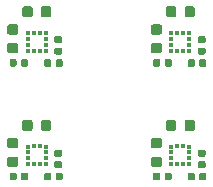
<source format=gbr>
G04 #@! TF.GenerationSoftware,KiCad,Pcbnew,5.1.4+dfsg1-1*
G04 #@! TF.CreationDate,2020-12-01T08:27:42+00:00*
G04 #@! TF.ProjectId,panel,70616e65-6c2e-46b6-9963-61645f706362,rev?*
G04 #@! TF.SameCoordinates,Original*
G04 #@! TF.FileFunction,Paste,Top*
G04 #@! TF.FilePolarity,Positive*
%FSLAX46Y46*%
G04 Gerber Fmt 4.6, Leading zero omitted, Abs format (unit mm)*
G04 Created by KiCad (PCBNEW 5.1.4+dfsg1-1) date 2020-12-01 08:27:42*
%MOMM*%
%LPD*%
G04 APERTURE LIST*
%ADD10C,0.350000*%
%ADD11C,0.590000*%
%ADD12R,0.375000X0.350000*%
%ADD13R,0.350000X0.375000*%
%ADD14C,0.875000*%
G04 APERTURE END LIST*
D10*
G04 #@! TO.C,C1*
G36*
X69236967Y-63920720D02*
G01*
X69251285Y-63922844D01*
X69265326Y-63926361D01*
X69278955Y-63931238D01*
X69292040Y-63937427D01*
X69304456Y-63944868D01*
X69316082Y-63953491D01*
X69326807Y-63963212D01*
X69336528Y-63973937D01*
X69345151Y-63985563D01*
X69352592Y-63997979D01*
X69358781Y-64011064D01*
X69363658Y-64024693D01*
X69367175Y-64038734D01*
X69369299Y-64053052D01*
X69370009Y-64067510D01*
X69370009Y-64362510D01*
X69369299Y-64376968D01*
X69367175Y-64391286D01*
X69363658Y-64405327D01*
X69358781Y-64418956D01*
X69352592Y-64432041D01*
X69345151Y-64444457D01*
X69336528Y-64456083D01*
X69326807Y-64466808D01*
X69316082Y-64476529D01*
X69304456Y-64485152D01*
X69292040Y-64492593D01*
X69278955Y-64498782D01*
X69265326Y-64503659D01*
X69251285Y-64507176D01*
X69236967Y-64509300D01*
X69222509Y-64510010D01*
X68877509Y-64510010D01*
X68863051Y-64509300D01*
X68848733Y-64507176D01*
X68834692Y-64503659D01*
X68821063Y-64498782D01*
X68807978Y-64492593D01*
X68795562Y-64485152D01*
X68783936Y-64476529D01*
X68773211Y-64466808D01*
X68763490Y-64456083D01*
X68754867Y-64444457D01*
X68747426Y-64432041D01*
X68741237Y-64418956D01*
X68736360Y-64405327D01*
X68732843Y-64391286D01*
X68730719Y-64376968D01*
X68730009Y-64362510D01*
X68730009Y-64067510D01*
X68730719Y-64053052D01*
X68732843Y-64038734D01*
X68736360Y-64024693D01*
X68741237Y-64011064D01*
X68747426Y-63997979D01*
X68754867Y-63985563D01*
X68763490Y-63973937D01*
X68773211Y-63963212D01*
X68783936Y-63953491D01*
X68795562Y-63944868D01*
X68807978Y-63937427D01*
X68821063Y-63931238D01*
X68834692Y-63926361D01*
X68848733Y-63922844D01*
X68863051Y-63920720D01*
X68877509Y-63920010D01*
X69222509Y-63920010D01*
X69236967Y-63920720D01*
X69236967Y-63920720D01*
G37*
D11*
X69050009Y-64215010D03*
D10*
G36*
X69236967Y-62950720D02*
G01*
X69251285Y-62952844D01*
X69265326Y-62956361D01*
X69278955Y-62961238D01*
X69292040Y-62967427D01*
X69304456Y-62974868D01*
X69316082Y-62983491D01*
X69326807Y-62993212D01*
X69336528Y-63003937D01*
X69345151Y-63015563D01*
X69352592Y-63027979D01*
X69358781Y-63041064D01*
X69363658Y-63054693D01*
X69367175Y-63068734D01*
X69369299Y-63083052D01*
X69370009Y-63097510D01*
X69370009Y-63392510D01*
X69369299Y-63406968D01*
X69367175Y-63421286D01*
X69363658Y-63435327D01*
X69358781Y-63448956D01*
X69352592Y-63462041D01*
X69345151Y-63474457D01*
X69336528Y-63486083D01*
X69326807Y-63496808D01*
X69316082Y-63506529D01*
X69304456Y-63515152D01*
X69292040Y-63522593D01*
X69278955Y-63528782D01*
X69265326Y-63533659D01*
X69251285Y-63537176D01*
X69236967Y-63539300D01*
X69222509Y-63540010D01*
X68877509Y-63540010D01*
X68863051Y-63539300D01*
X68848733Y-63537176D01*
X68834692Y-63533659D01*
X68821063Y-63528782D01*
X68807978Y-63522593D01*
X68795562Y-63515152D01*
X68783936Y-63506529D01*
X68773211Y-63496808D01*
X68763490Y-63486083D01*
X68754867Y-63474457D01*
X68747426Y-63462041D01*
X68741237Y-63448956D01*
X68736360Y-63435327D01*
X68732843Y-63421286D01*
X68730719Y-63406968D01*
X68730009Y-63392510D01*
X68730009Y-63097510D01*
X68730719Y-63083052D01*
X68732843Y-63068734D01*
X68736360Y-63054693D01*
X68741237Y-63041064D01*
X68747426Y-63027979D01*
X68754867Y-63015563D01*
X68763490Y-63003937D01*
X68773211Y-62993212D01*
X68783936Y-62983491D01*
X68795562Y-62974868D01*
X68807978Y-62967427D01*
X68821063Y-62961238D01*
X68834692Y-62956361D01*
X68848733Y-62952844D01*
X68863051Y-62950720D01*
X68877509Y-62950010D01*
X69222509Y-62950010D01*
X69236967Y-62950720D01*
X69236967Y-62950720D01*
G37*
D11*
X69050009Y-63245010D03*
G04 #@! TD*
D12*
G04 #@! TO.C,U1*
X66477509Y-63180010D03*
X66477509Y-63680010D03*
X68002509Y-63180010D03*
X68002509Y-63680010D03*
X66477509Y-64180010D03*
X68002509Y-64180010D03*
X66477509Y-62680010D03*
X68002509Y-62680010D03*
D13*
X66990009Y-64192510D03*
X67490009Y-64192510D03*
X67490009Y-62667510D03*
X66990009Y-62667510D03*
G04 #@! TD*
D10*
G04 #@! TO.C,C3*
G36*
X65392967Y-64888720D02*
G01*
X65407285Y-64890844D01*
X65421326Y-64894361D01*
X65434955Y-64899238D01*
X65448040Y-64905427D01*
X65460456Y-64912868D01*
X65472082Y-64921491D01*
X65482807Y-64931212D01*
X65492528Y-64941937D01*
X65501151Y-64953563D01*
X65508592Y-64965979D01*
X65514781Y-64979064D01*
X65519658Y-64992693D01*
X65523175Y-65006734D01*
X65525299Y-65021052D01*
X65526009Y-65035510D01*
X65526009Y-65380510D01*
X65525299Y-65394968D01*
X65523175Y-65409286D01*
X65519658Y-65423327D01*
X65514781Y-65436956D01*
X65508592Y-65450041D01*
X65501151Y-65462457D01*
X65492528Y-65474083D01*
X65482807Y-65484808D01*
X65472082Y-65494529D01*
X65460456Y-65503152D01*
X65448040Y-65510593D01*
X65434955Y-65516782D01*
X65421326Y-65521659D01*
X65407285Y-65525176D01*
X65392967Y-65527300D01*
X65378509Y-65528010D01*
X65083509Y-65528010D01*
X65069051Y-65527300D01*
X65054733Y-65525176D01*
X65040692Y-65521659D01*
X65027063Y-65516782D01*
X65013978Y-65510593D01*
X65001562Y-65503152D01*
X64989936Y-65494529D01*
X64979211Y-65484808D01*
X64969490Y-65474083D01*
X64960867Y-65462457D01*
X64953426Y-65450041D01*
X64947237Y-65436956D01*
X64942360Y-65423327D01*
X64938843Y-65409286D01*
X64936719Y-65394968D01*
X64936009Y-65380510D01*
X64936009Y-65035510D01*
X64936719Y-65021052D01*
X64938843Y-65006734D01*
X64942360Y-64992693D01*
X64947237Y-64979064D01*
X64953426Y-64965979D01*
X64960867Y-64953563D01*
X64969490Y-64941937D01*
X64979211Y-64931212D01*
X64989936Y-64921491D01*
X65001562Y-64912868D01*
X65013978Y-64905427D01*
X65027063Y-64899238D01*
X65040692Y-64894361D01*
X65054733Y-64890844D01*
X65069051Y-64888720D01*
X65083509Y-64888010D01*
X65378509Y-64888010D01*
X65392967Y-64888720D01*
X65392967Y-64888720D01*
G37*
D11*
X65231009Y-65208010D03*
D10*
G36*
X66362967Y-64888720D02*
G01*
X66377285Y-64890844D01*
X66391326Y-64894361D01*
X66404955Y-64899238D01*
X66418040Y-64905427D01*
X66430456Y-64912868D01*
X66442082Y-64921491D01*
X66452807Y-64931212D01*
X66462528Y-64941937D01*
X66471151Y-64953563D01*
X66478592Y-64965979D01*
X66484781Y-64979064D01*
X66489658Y-64992693D01*
X66493175Y-65006734D01*
X66495299Y-65021052D01*
X66496009Y-65035510D01*
X66496009Y-65380510D01*
X66495299Y-65394968D01*
X66493175Y-65409286D01*
X66489658Y-65423327D01*
X66484781Y-65436956D01*
X66478592Y-65450041D01*
X66471151Y-65462457D01*
X66462528Y-65474083D01*
X66452807Y-65484808D01*
X66442082Y-65494529D01*
X66430456Y-65503152D01*
X66418040Y-65510593D01*
X66404955Y-65516782D01*
X66391326Y-65521659D01*
X66377285Y-65525176D01*
X66362967Y-65527300D01*
X66348509Y-65528010D01*
X66053509Y-65528010D01*
X66039051Y-65527300D01*
X66024733Y-65525176D01*
X66010692Y-65521659D01*
X65997063Y-65516782D01*
X65983978Y-65510593D01*
X65971562Y-65503152D01*
X65959936Y-65494529D01*
X65949211Y-65484808D01*
X65939490Y-65474083D01*
X65930867Y-65462457D01*
X65923426Y-65450041D01*
X65917237Y-65436956D01*
X65912360Y-65423327D01*
X65908843Y-65409286D01*
X65906719Y-65394968D01*
X65906009Y-65380510D01*
X65906009Y-65035510D01*
X65906719Y-65021052D01*
X65908843Y-65006734D01*
X65912360Y-64992693D01*
X65917237Y-64979064D01*
X65923426Y-64965979D01*
X65930867Y-64953563D01*
X65939490Y-64941937D01*
X65949211Y-64931212D01*
X65959936Y-64921491D01*
X65971562Y-64912868D01*
X65983978Y-64905427D01*
X65997063Y-64899238D01*
X66010692Y-64894361D01*
X66024733Y-64890844D01*
X66039051Y-64888720D01*
X66053509Y-64888010D01*
X66348509Y-64888010D01*
X66362967Y-64888720D01*
X66362967Y-64888720D01*
G37*
D11*
X66201009Y-65208010D03*
G04 #@! TD*
D10*
G04 #@! TO.C,C2*
G36*
X68326967Y-64910720D02*
G01*
X68341285Y-64912844D01*
X68355326Y-64916361D01*
X68368955Y-64921238D01*
X68382040Y-64927427D01*
X68394456Y-64934868D01*
X68406082Y-64943491D01*
X68416807Y-64953212D01*
X68426528Y-64963937D01*
X68435151Y-64975563D01*
X68442592Y-64987979D01*
X68448781Y-65001064D01*
X68453658Y-65014693D01*
X68457175Y-65028734D01*
X68459299Y-65043052D01*
X68460009Y-65057510D01*
X68460009Y-65402510D01*
X68459299Y-65416968D01*
X68457175Y-65431286D01*
X68453658Y-65445327D01*
X68448781Y-65458956D01*
X68442592Y-65472041D01*
X68435151Y-65484457D01*
X68426528Y-65496083D01*
X68416807Y-65506808D01*
X68406082Y-65516529D01*
X68394456Y-65525152D01*
X68382040Y-65532593D01*
X68368955Y-65538782D01*
X68355326Y-65543659D01*
X68341285Y-65547176D01*
X68326967Y-65549300D01*
X68312509Y-65550010D01*
X68017509Y-65550010D01*
X68003051Y-65549300D01*
X67988733Y-65547176D01*
X67974692Y-65543659D01*
X67961063Y-65538782D01*
X67947978Y-65532593D01*
X67935562Y-65525152D01*
X67923936Y-65516529D01*
X67913211Y-65506808D01*
X67903490Y-65496083D01*
X67894867Y-65484457D01*
X67887426Y-65472041D01*
X67881237Y-65458956D01*
X67876360Y-65445327D01*
X67872843Y-65431286D01*
X67870719Y-65416968D01*
X67870009Y-65402510D01*
X67870009Y-65057510D01*
X67870719Y-65043052D01*
X67872843Y-65028734D01*
X67876360Y-65014693D01*
X67881237Y-65001064D01*
X67887426Y-64987979D01*
X67894867Y-64975563D01*
X67903490Y-64963937D01*
X67913211Y-64953212D01*
X67923936Y-64943491D01*
X67935562Y-64934868D01*
X67947978Y-64927427D01*
X67961063Y-64921238D01*
X67974692Y-64916361D01*
X67988733Y-64912844D01*
X68003051Y-64910720D01*
X68017509Y-64910010D01*
X68312509Y-64910010D01*
X68326967Y-64910720D01*
X68326967Y-64910720D01*
G37*
D11*
X68165009Y-65230010D03*
D10*
G36*
X69296967Y-64910720D02*
G01*
X69311285Y-64912844D01*
X69325326Y-64916361D01*
X69338955Y-64921238D01*
X69352040Y-64927427D01*
X69364456Y-64934868D01*
X69376082Y-64943491D01*
X69386807Y-64953212D01*
X69396528Y-64963937D01*
X69405151Y-64975563D01*
X69412592Y-64987979D01*
X69418781Y-65001064D01*
X69423658Y-65014693D01*
X69427175Y-65028734D01*
X69429299Y-65043052D01*
X69430009Y-65057510D01*
X69430009Y-65402510D01*
X69429299Y-65416968D01*
X69427175Y-65431286D01*
X69423658Y-65445327D01*
X69418781Y-65458956D01*
X69412592Y-65472041D01*
X69405151Y-65484457D01*
X69396528Y-65496083D01*
X69386807Y-65506808D01*
X69376082Y-65516529D01*
X69364456Y-65525152D01*
X69352040Y-65532593D01*
X69338955Y-65538782D01*
X69325326Y-65543659D01*
X69311285Y-65547176D01*
X69296967Y-65549300D01*
X69282509Y-65550010D01*
X68987509Y-65550010D01*
X68973051Y-65549300D01*
X68958733Y-65547176D01*
X68944692Y-65543659D01*
X68931063Y-65538782D01*
X68917978Y-65532593D01*
X68905562Y-65525152D01*
X68893936Y-65516529D01*
X68883211Y-65506808D01*
X68873490Y-65496083D01*
X68864867Y-65484457D01*
X68857426Y-65472041D01*
X68851237Y-65458956D01*
X68846360Y-65445327D01*
X68842843Y-65431286D01*
X68840719Y-65416968D01*
X68840009Y-65402510D01*
X68840009Y-65057510D01*
X68840719Y-65043052D01*
X68842843Y-65028734D01*
X68846360Y-65014693D01*
X68851237Y-65001064D01*
X68857426Y-64987979D01*
X68864867Y-64975563D01*
X68873490Y-64963937D01*
X68883211Y-64953212D01*
X68893936Y-64943491D01*
X68905562Y-64934868D01*
X68917978Y-64927427D01*
X68931063Y-64921238D01*
X68944692Y-64916361D01*
X68958733Y-64912844D01*
X68973051Y-64910720D01*
X68987509Y-64910010D01*
X69282509Y-64910010D01*
X69296967Y-64910720D01*
X69296967Y-64910720D01*
G37*
D11*
X69135009Y-65230010D03*
G04 #@! TD*
D10*
G04 #@! TO.C,R1*
G36*
X65485700Y-63527063D02*
G01*
X65506935Y-63530213D01*
X65527759Y-63535429D01*
X65547971Y-63542661D01*
X65567377Y-63551840D01*
X65585790Y-63562876D01*
X65603033Y-63575664D01*
X65618939Y-63590080D01*
X65633355Y-63605986D01*
X65646143Y-63623229D01*
X65657179Y-63641642D01*
X65666358Y-63661048D01*
X65673590Y-63681260D01*
X65678806Y-63702084D01*
X65681956Y-63723319D01*
X65683009Y-63744760D01*
X65683009Y-64182260D01*
X65681956Y-64203701D01*
X65678806Y-64224936D01*
X65673590Y-64245760D01*
X65666358Y-64265972D01*
X65657179Y-64285378D01*
X65646143Y-64303791D01*
X65633355Y-64321034D01*
X65618939Y-64336940D01*
X65603033Y-64351356D01*
X65585790Y-64364144D01*
X65567377Y-64375180D01*
X65547971Y-64384359D01*
X65527759Y-64391591D01*
X65506935Y-64396807D01*
X65485700Y-64399957D01*
X65464259Y-64401010D01*
X64951759Y-64401010D01*
X64930318Y-64399957D01*
X64909083Y-64396807D01*
X64888259Y-64391591D01*
X64868047Y-64384359D01*
X64848641Y-64375180D01*
X64830228Y-64364144D01*
X64812985Y-64351356D01*
X64797079Y-64336940D01*
X64782663Y-64321034D01*
X64769875Y-64303791D01*
X64758839Y-64285378D01*
X64749660Y-64265972D01*
X64742428Y-64245760D01*
X64737212Y-64224936D01*
X64734062Y-64203701D01*
X64733009Y-64182260D01*
X64733009Y-63744760D01*
X64734062Y-63723319D01*
X64737212Y-63702084D01*
X64742428Y-63681260D01*
X64749660Y-63661048D01*
X64758839Y-63641642D01*
X64769875Y-63623229D01*
X64782663Y-63605986D01*
X64797079Y-63590080D01*
X64812985Y-63575664D01*
X64830228Y-63562876D01*
X64848641Y-63551840D01*
X64868047Y-63542661D01*
X64888259Y-63535429D01*
X64909083Y-63530213D01*
X64930318Y-63527063D01*
X64951759Y-63526010D01*
X65464259Y-63526010D01*
X65485700Y-63527063D01*
X65485700Y-63527063D01*
G37*
D14*
X65208009Y-63963510D03*
D10*
G36*
X65485700Y-61952063D02*
G01*
X65506935Y-61955213D01*
X65527759Y-61960429D01*
X65547971Y-61967661D01*
X65567377Y-61976840D01*
X65585790Y-61987876D01*
X65603033Y-62000664D01*
X65618939Y-62015080D01*
X65633355Y-62030986D01*
X65646143Y-62048229D01*
X65657179Y-62066642D01*
X65666358Y-62086048D01*
X65673590Y-62106260D01*
X65678806Y-62127084D01*
X65681956Y-62148319D01*
X65683009Y-62169760D01*
X65683009Y-62607260D01*
X65681956Y-62628701D01*
X65678806Y-62649936D01*
X65673590Y-62670760D01*
X65666358Y-62690972D01*
X65657179Y-62710378D01*
X65646143Y-62728791D01*
X65633355Y-62746034D01*
X65618939Y-62761940D01*
X65603033Y-62776356D01*
X65585790Y-62789144D01*
X65567377Y-62800180D01*
X65547971Y-62809359D01*
X65527759Y-62816591D01*
X65506935Y-62821807D01*
X65485700Y-62824957D01*
X65464259Y-62826010D01*
X64951759Y-62826010D01*
X64930318Y-62824957D01*
X64909083Y-62821807D01*
X64888259Y-62816591D01*
X64868047Y-62809359D01*
X64848641Y-62800180D01*
X64830228Y-62789144D01*
X64812985Y-62776356D01*
X64797079Y-62761940D01*
X64782663Y-62746034D01*
X64769875Y-62728791D01*
X64758839Y-62710378D01*
X64749660Y-62690972D01*
X64742428Y-62670760D01*
X64737212Y-62649936D01*
X64734062Y-62628701D01*
X64733009Y-62607260D01*
X64733009Y-62169760D01*
X64734062Y-62148319D01*
X64737212Y-62127084D01*
X64742428Y-62106260D01*
X64749660Y-62086048D01*
X64758839Y-62066642D01*
X64769875Y-62048229D01*
X64782663Y-62030986D01*
X64797079Y-62015080D01*
X64812985Y-62000664D01*
X64830228Y-61987876D01*
X64848641Y-61976840D01*
X64868047Y-61967661D01*
X64888259Y-61960429D01*
X64909083Y-61955213D01*
X64930318Y-61952063D01*
X64951759Y-61951010D01*
X65464259Y-61951010D01*
X65485700Y-61952063D01*
X65485700Y-61952063D01*
G37*
D14*
X65208009Y-62388510D03*
G04 #@! TD*
D10*
G04 #@! TO.C,R2*
G36*
X68267700Y-60416063D02*
G01*
X68288935Y-60419213D01*
X68309759Y-60424429D01*
X68329971Y-60431661D01*
X68349377Y-60440840D01*
X68367790Y-60451876D01*
X68385033Y-60464664D01*
X68400939Y-60479080D01*
X68415355Y-60494986D01*
X68428143Y-60512229D01*
X68439179Y-60530642D01*
X68448358Y-60550048D01*
X68455590Y-60570260D01*
X68460806Y-60591084D01*
X68463956Y-60612319D01*
X68465009Y-60633760D01*
X68465009Y-61146260D01*
X68463956Y-61167701D01*
X68460806Y-61188936D01*
X68455590Y-61209760D01*
X68448358Y-61229972D01*
X68439179Y-61249378D01*
X68428143Y-61267791D01*
X68415355Y-61285034D01*
X68400939Y-61300940D01*
X68385033Y-61315356D01*
X68367790Y-61328144D01*
X68349377Y-61339180D01*
X68329971Y-61348359D01*
X68309759Y-61355591D01*
X68288935Y-61360807D01*
X68267700Y-61363957D01*
X68246259Y-61365010D01*
X67808759Y-61365010D01*
X67787318Y-61363957D01*
X67766083Y-61360807D01*
X67745259Y-61355591D01*
X67725047Y-61348359D01*
X67705641Y-61339180D01*
X67687228Y-61328144D01*
X67669985Y-61315356D01*
X67654079Y-61300940D01*
X67639663Y-61285034D01*
X67626875Y-61267791D01*
X67615839Y-61249378D01*
X67606660Y-61229972D01*
X67599428Y-61209760D01*
X67594212Y-61188936D01*
X67591062Y-61167701D01*
X67590009Y-61146260D01*
X67590009Y-60633760D01*
X67591062Y-60612319D01*
X67594212Y-60591084D01*
X67599428Y-60570260D01*
X67606660Y-60550048D01*
X67615839Y-60530642D01*
X67626875Y-60512229D01*
X67639663Y-60494986D01*
X67654079Y-60479080D01*
X67669985Y-60464664D01*
X67687228Y-60451876D01*
X67705641Y-60440840D01*
X67725047Y-60431661D01*
X67745259Y-60424429D01*
X67766083Y-60419213D01*
X67787318Y-60416063D01*
X67808759Y-60415010D01*
X68246259Y-60415010D01*
X68267700Y-60416063D01*
X68267700Y-60416063D01*
G37*
D14*
X68027509Y-60890010D03*
D10*
G36*
X66692700Y-60416063D02*
G01*
X66713935Y-60419213D01*
X66734759Y-60424429D01*
X66754971Y-60431661D01*
X66774377Y-60440840D01*
X66792790Y-60451876D01*
X66810033Y-60464664D01*
X66825939Y-60479080D01*
X66840355Y-60494986D01*
X66853143Y-60512229D01*
X66864179Y-60530642D01*
X66873358Y-60550048D01*
X66880590Y-60570260D01*
X66885806Y-60591084D01*
X66888956Y-60612319D01*
X66890009Y-60633760D01*
X66890009Y-61146260D01*
X66888956Y-61167701D01*
X66885806Y-61188936D01*
X66880590Y-61209760D01*
X66873358Y-61229972D01*
X66864179Y-61249378D01*
X66853143Y-61267791D01*
X66840355Y-61285034D01*
X66825939Y-61300940D01*
X66810033Y-61315356D01*
X66792790Y-61328144D01*
X66774377Y-61339180D01*
X66754971Y-61348359D01*
X66734759Y-61355591D01*
X66713935Y-61360807D01*
X66692700Y-61363957D01*
X66671259Y-61365010D01*
X66233759Y-61365010D01*
X66212318Y-61363957D01*
X66191083Y-61360807D01*
X66170259Y-61355591D01*
X66150047Y-61348359D01*
X66130641Y-61339180D01*
X66112228Y-61328144D01*
X66094985Y-61315356D01*
X66079079Y-61300940D01*
X66064663Y-61285034D01*
X66051875Y-61267791D01*
X66040839Y-61249378D01*
X66031660Y-61229972D01*
X66024428Y-61209760D01*
X66019212Y-61188936D01*
X66016062Y-61167701D01*
X66015009Y-61146260D01*
X66015009Y-60633760D01*
X66016062Y-60612319D01*
X66019212Y-60591084D01*
X66024428Y-60570260D01*
X66031660Y-60550048D01*
X66040839Y-60530642D01*
X66051875Y-60512229D01*
X66064663Y-60494986D01*
X66079079Y-60479080D01*
X66094985Y-60464664D01*
X66112228Y-60451876D01*
X66130641Y-60440840D01*
X66150047Y-60431661D01*
X66170259Y-60424429D01*
X66191083Y-60419213D01*
X66212318Y-60416063D01*
X66233759Y-60415010D01*
X66671259Y-60415010D01*
X66692700Y-60416063D01*
X66692700Y-60416063D01*
G37*
D14*
X66452509Y-60890010D03*
G04 #@! TD*
D10*
G04 #@! TO.C,C1*
G36*
X57076959Y-63920720D02*
G01*
X57091277Y-63922844D01*
X57105318Y-63926361D01*
X57118947Y-63931238D01*
X57132032Y-63937427D01*
X57144448Y-63944868D01*
X57156074Y-63953491D01*
X57166799Y-63963212D01*
X57176520Y-63973937D01*
X57185143Y-63985563D01*
X57192584Y-63997979D01*
X57198773Y-64011064D01*
X57203650Y-64024693D01*
X57207167Y-64038734D01*
X57209291Y-64053052D01*
X57210001Y-64067510D01*
X57210001Y-64362510D01*
X57209291Y-64376968D01*
X57207167Y-64391286D01*
X57203650Y-64405327D01*
X57198773Y-64418956D01*
X57192584Y-64432041D01*
X57185143Y-64444457D01*
X57176520Y-64456083D01*
X57166799Y-64466808D01*
X57156074Y-64476529D01*
X57144448Y-64485152D01*
X57132032Y-64492593D01*
X57118947Y-64498782D01*
X57105318Y-64503659D01*
X57091277Y-64507176D01*
X57076959Y-64509300D01*
X57062501Y-64510010D01*
X56717501Y-64510010D01*
X56703043Y-64509300D01*
X56688725Y-64507176D01*
X56674684Y-64503659D01*
X56661055Y-64498782D01*
X56647970Y-64492593D01*
X56635554Y-64485152D01*
X56623928Y-64476529D01*
X56613203Y-64466808D01*
X56603482Y-64456083D01*
X56594859Y-64444457D01*
X56587418Y-64432041D01*
X56581229Y-64418956D01*
X56576352Y-64405327D01*
X56572835Y-64391286D01*
X56570711Y-64376968D01*
X56570001Y-64362510D01*
X56570001Y-64067510D01*
X56570711Y-64053052D01*
X56572835Y-64038734D01*
X56576352Y-64024693D01*
X56581229Y-64011064D01*
X56587418Y-63997979D01*
X56594859Y-63985563D01*
X56603482Y-63973937D01*
X56613203Y-63963212D01*
X56623928Y-63953491D01*
X56635554Y-63944868D01*
X56647970Y-63937427D01*
X56661055Y-63931238D01*
X56674684Y-63926361D01*
X56688725Y-63922844D01*
X56703043Y-63920720D01*
X56717501Y-63920010D01*
X57062501Y-63920010D01*
X57076959Y-63920720D01*
X57076959Y-63920720D01*
G37*
D11*
X56890001Y-64215010D03*
D10*
G36*
X57076959Y-62950720D02*
G01*
X57091277Y-62952844D01*
X57105318Y-62956361D01*
X57118947Y-62961238D01*
X57132032Y-62967427D01*
X57144448Y-62974868D01*
X57156074Y-62983491D01*
X57166799Y-62993212D01*
X57176520Y-63003937D01*
X57185143Y-63015563D01*
X57192584Y-63027979D01*
X57198773Y-63041064D01*
X57203650Y-63054693D01*
X57207167Y-63068734D01*
X57209291Y-63083052D01*
X57210001Y-63097510D01*
X57210001Y-63392510D01*
X57209291Y-63406968D01*
X57207167Y-63421286D01*
X57203650Y-63435327D01*
X57198773Y-63448956D01*
X57192584Y-63462041D01*
X57185143Y-63474457D01*
X57176520Y-63486083D01*
X57166799Y-63496808D01*
X57156074Y-63506529D01*
X57144448Y-63515152D01*
X57132032Y-63522593D01*
X57118947Y-63528782D01*
X57105318Y-63533659D01*
X57091277Y-63537176D01*
X57076959Y-63539300D01*
X57062501Y-63540010D01*
X56717501Y-63540010D01*
X56703043Y-63539300D01*
X56688725Y-63537176D01*
X56674684Y-63533659D01*
X56661055Y-63528782D01*
X56647970Y-63522593D01*
X56635554Y-63515152D01*
X56623928Y-63506529D01*
X56613203Y-63496808D01*
X56603482Y-63486083D01*
X56594859Y-63474457D01*
X56587418Y-63462041D01*
X56581229Y-63448956D01*
X56576352Y-63435327D01*
X56572835Y-63421286D01*
X56570711Y-63406968D01*
X56570001Y-63392510D01*
X56570001Y-63097510D01*
X56570711Y-63083052D01*
X56572835Y-63068734D01*
X56576352Y-63054693D01*
X56581229Y-63041064D01*
X56587418Y-63027979D01*
X56594859Y-63015563D01*
X56603482Y-63003937D01*
X56613203Y-62993212D01*
X56623928Y-62983491D01*
X56635554Y-62974868D01*
X56647970Y-62967427D01*
X56661055Y-62961238D01*
X56674684Y-62956361D01*
X56688725Y-62952844D01*
X56703043Y-62950720D01*
X56717501Y-62950010D01*
X57062501Y-62950010D01*
X57076959Y-62950720D01*
X57076959Y-62950720D01*
G37*
D11*
X56890001Y-63245010D03*
G04 #@! TD*
D12*
G04 #@! TO.C,U1*
X54317501Y-63180010D03*
X54317501Y-63680010D03*
X55842501Y-63180010D03*
X55842501Y-63680010D03*
X54317501Y-64180010D03*
X55842501Y-64180010D03*
X54317501Y-62680010D03*
X55842501Y-62680010D03*
D13*
X54830001Y-64192510D03*
X55330001Y-64192510D03*
X55330001Y-62667510D03*
X54830001Y-62667510D03*
G04 #@! TD*
D10*
G04 #@! TO.C,C3*
G36*
X53232959Y-64888720D02*
G01*
X53247277Y-64890844D01*
X53261318Y-64894361D01*
X53274947Y-64899238D01*
X53288032Y-64905427D01*
X53300448Y-64912868D01*
X53312074Y-64921491D01*
X53322799Y-64931212D01*
X53332520Y-64941937D01*
X53341143Y-64953563D01*
X53348584Y-64965979D01*
X53354773Y-64979064D01*
X53359650Y-64992693D01*
X53363167Y-65006734D01*
X53365291Y-65021052D01*
X53366001Y-65035510D01*
X53366001Y-65380510D01*
X53365291Y-65394968D01*
X53363167Y-65409286D01*
X53359650Y-65423327D01*
X53354773Y-65436956D01*
X53348584Y-65450041D01*
X53341143Y-65462457D01*
X53332520Y-65474083D01*
X53322799Y-65484808D01*
X53312074Y-65494529D01*
X53300448Y-65503152D01*
X53288032Y-65510593D01*
X53274947Y-65516782D01*
X53261318Y-65521659D01*
X53247277Y-65525176D01*
X53232959Y-65527300D01*
X53218501Y-65528010D01*
X52923501Y-65528010D01*
X52909043Y-65527300D01*
X52894725Y-65525176D01*
X52880684Y-65521659D01*
X52867055Y-65516782D01*
X52853970Y-65510593D01*
X52841554Y-65503152D01*
X52829928Y-65494529D01*
X52819203Y-65484808D01*
X52809482Y-65474083D01*
X52800859Y-65462457D01*
X52793418Y-65450041D01*
X52787229Y-65436956D01*
X52782352Y-65423327D01*
X52778835Y-65409286D01*
X52776711Y-65394968D01*
X52776001Y-65380510D01*
X52776001Y-65035510D01*
X52776711Y-65021052D01*
X52778835Y-65006734D01*
X52782352Y-64992693D01*
X52787229Y-64979064D01*
X52793418Y-64965979D01*
X52800859Y-64953563D01*
X52809482Y-64941937D01*
X52819203Y-64931212D01*
X52829928Y-64921491D01*
X52841554Y-64912868D01*
X52853970Y-64905427D01*
X52867055Y-64899238D01*
X52880684Y-64894361D01*
X52894725Y-64890844D01*
X52909043Y-64888720D01*
X52923501Y-64888010D01*
X53218501Y-64888010D01*
X53232959Y-64888720D01*
X53232959Y-64888720D01*
G37*
D11*
X53071001Y-65208010D03*
D10*
G36*
X54202959Y-64888720D02*
G01*
X54217277Y-64890844D01*
X54231318Y-64894361D01*
X54244947Y-64899238D01*
X54258032Y-64905427D01*
X54270448Y-64912868D01*
X54282074Y-64921491D01*
X54292799Y-64931212D01*
X54302520Y-64941937D01*
X54311143Y-64953563D01*
X54318584Y-64965979D01*
X54324773Y-64979064D01*
X54329650Y-64992693D01*
X54333167Y-65006734D01*
X54335291Y-65021052D01*
X54336001Y-65035510D01*
X54336001Y-65380510D01*
X54335291Y-65394968D01*
X54333167Y-65409286D01*
X54329650Y-65423327D01*
X54324773Y-65436956D01*
X54318584Y-65450041D01*
X54311143Y-65462457D01*
X54302520Y-65474083D01*
X54292799Y-65484808D01*
X54282074Y-65494529D01*
X54270448Y-65503152D01*
X54258032Y-65510593D01*
X54244947Y-65516782D01*
X54231318Y-65521659D01*
X54217277Y-65525176D01*
X54202959Y-65527300D01*
X54188501Y-65528010D01*
X53893501Y-65528010D01*
X53879043Y-65527300D01*
X53864725Y-65525176D01*
X53850684Y-65521659D01*
X53837055Y-65516782D01*
X53823970Y-65510593D01*
X53811554Y-65503152D01*
X53799928Y-65494529D01*
X53789203Y-65484808D01*
X53779482Y-65474083D01*
X53770859Y-65462457D01*
X53763418Y-65450041D01*
X53757229Y-65436956D01*
X53752352Y-65423327D01*
X53748835Y-65409286D01*
X53746711Y-65394968D01*
X53746001Y-65380510D01*
X53746001Y-65035510D01*
X53746711Y-65021052D01*
X53748835Y-65006734D01*
X53752352Y-64992693D01*
X53757229Y-64979064D01*
X53763418Y-64965979D01*
X53770859Y-64953563D01*
X53779482Y-64941937D01*
X53789203Y-64931212D01*
X53799928Y-64921491D01*
X53811554Y-64912868D01*
X53823970Y-64905427D01*
X53837055Y-64899238D01*
X53850684Y-64894361D01*
X53864725Y-64890844D01*
X53879043Y-64888720D01*
X53893501Y-64888010D01*
X54188501Y-64888010D01*
X54202959Y-64888720D01*
X54202959Y-64888720D01*
G37*
D11*
X54041001Y-65208010D03*
G04 #@! TD*
D10*
G04 #@! TO.C,C2*
G36*
X56166959Y-64910720D02*
G01*
X56181277Y-64912844D01*
X56195318Y-64916361D01*
X56208947Y-64921238D01*
X56222032Y-64927427D01*
X56234448Y-64934868D01*
X56246074Y-64943491D01*
X56256799Y-64953212D01*
X56266520Y-64963937D01*
X56275143Y-64975563D01*
X56282584Y-64987979D01*
X56288773Y-65001064D01*
X56293650Y-65014693D01*
X56297167Y-65028734D01*
X56299291Y-65043052D01*
X56300001Y-65057510D01*
X56300001Y-65402510D01*
X56299291Y-65416968D01*
X56297167Y-65431286D01*
X56293650Y-65445327D01*
X56288773Y-65458956D01*
X56282584Y-65472041D01*
X56275143Y-65484457D01*
X56266520Y-65496083D01*
X56256799Y-65506808D01*
X56246074Y-65516529D01*
X56234448Y-65525152D01*
X56222032Y-65532593D01*
X56208947Y-65538782D01*
X56195318Y-65543659D01*
X56181277Y-65547176D01*
X56166959Y-65549300D01*
X56152501Y-65550010D01*
X55857501Y-65550010D01*
X55843043Y-65549300D01*
X55828725Y-65547176D01*
X55814684Y-65543659D01*
X55801055Y-65538782D01*
X55787970Y-65532593D01*
X55775554Y-65525152D01*
X55763928Y-65516529D01*
X55753203Y-65506808D01*
X55743482Y-65496083D01*
X55734859Y-65484457D01*
X55727418Y-65472041D01*
X55721229Y-65458956D01*
X55716352Y-65445327D01*
X55712835Y-65431286D01*
X55710711Y-65416968D01*
X55710001Y-65402510D01*
X55710001Y-65057510D01*
X55710711Y-65043052D01*
X55712835Y-65028734D01*
X55716352Y-65014693D01*
X55721229Y-65001064D01*
X55727418Y-64987979D01*
X55734859Y-64975563D01*
X55743482Y-64963937D01*
X55753203Y-64953212D01*
X55763928Y-64943491D01*
X55775554Y-64934868D01*
X55787970Y-64927427D01*
X55801055Y-64921238D01*
X55814684Y-64916361D01*
X55828725Y-64912844D01*
X55843043Y-64910720D01*
X55857501Y-64910010D01*
X56152501Y-64910010D01*
X56166959Y-64910720D01*
X56166959Y-64910720D01*
G37*
D11*
X56005001Y-65230010D03*
D10*
G36*
X57136959Y-64910720D02*
G01*
X57151277Y-64912844D01*
X57165318Y-64916361D01*
X57178947Y-64921238D01*
X57192032Y-64927427D01*
X57204448Y-64934868D01*
X57216074Y-64943491D01*
X57226799Y-64953212D01*
X57236520Y-64963937D01*
X57245143Y-64975563D01*
X57252584Y-64987979D01*
X57258773Y-65001064D01*
X57263650Y-65014693D01*
X57267167Y-65028734D01*
X57269291Y-65043052D01*
X57270001Y-65057510D01*
X57270001Y-65402510D01*
X57269291Y-65416968D01*
X57267167Y-65431286D01*
X57263650Y-65445327D01*
X57258773Y-65458956D01*
X57252584Y-65472041D01*
X57245143Y-65484457D01*
X57236520Y-65496083D01*
X57226799Y-65506808D01*
X57216074Y-65516529D01*
X57204448Y-65525152D01*
X57192032Y-65532593D01*
X57178947Y-65538782D01*
X57165318Y-65543659D01*
X57151277Y-65547176D01*
X57136959Y-65549300D01*
X57122501Y-65550010D01*
X56827501Y-65550010D01*
X56813043Y-65549300D01*
X56798725Y-65547176D01*
X56784684Y-65543659D01*
X56771055Y-65538782D01*
X56757970Y-65532593D01*
X56745554Y-65525152D01*
X56733928Y-65516529D01*
X56723203Y-65506808D01*
X56713482Y-65496083D01*
X56704859Y-65484457D01*
X56697418Y-65472041D01*
X56691229Y-65458956D01*
X56686352Y-65445327D01*
X56682835Y-65431286D01*
X56680711Y-65416968D01*
X56680001Y-65402510D01*
X56680001Y-65057510D01*
X56680711Y-65043052D01*
X56682835Y-65028734D01*
X56686352Y-65014693D01*
X56691229Y-65001064D01*
X56697418Y-64987979D01*
X56704859Y-64975563D01*
X56713482Y-64963937D01*
X56723203Y-64953212D01*
X56733928Y-64943491D01*
X56745554Y-64934868D01*
X56757970Y-64927427D01*
X56771055Y-64921238D01*
X56784684Y-64916361D01*
X56798725Y-64912844D01*
X56813043Y-64910720D01*
X56827501Y-64910010D01*
X57122501Y-64910010D01*
X57136959Y-64910720D01*
X57136959Y-64910720D01*
G37*
D11*
X56975001Y-65230010D03*
G04 #@! TD*
D10*
G04 #@! TO.C,R1*
G36*
X53325692Y-63527063D02*
G01*
X53346927Y-63530213D01*
X53367751Y-63535429D01*
X53387963Y-63542661D01*
X53407369Y-63551840D01*
X53425782Y-63562876D01*
X53443025Y-63575664D01*
X53458931Y-63590080D01*
X53473347Y-63605986D01*
X53486135Y-63623229D01*
X53497171Y-63641642D01*
X53506350Y-63661048D01*
X53513582Y-63681260D01*
X53518798Y-63702084D01*
X53521948Y-63723319D01*
X53523001Y-63744760D01*
X53523001Y-64182260D01*
X53521948Y-64203701D01*
X53518798Y-64224936D01*
X53513582Y-64245760D01*
X53506350Y-64265972D01*
X53497171Y-64285378D01*
X53486135Y-64303791D01*
X53473347Y-64321034D01*
X53458931Y-64336940D01*
X53443025Y-64351356D01*
X53425782Y-64364144D01*
X53407369Y-64375180D01*
X53387963Y-64384359D01*
X53367751Y-64391591D01*
X53346927Y-64396807D01*
X53325692Y-64399957D01*
X53304251Y-64401010D01*
X52791751Y-64401010D01*
X52770310Y-64399957D01*
X52749075Y-64396807D01*
X52728251Y-64391591D01*
X52708039Y-64384359D01*
X52688633Y-64375180D01*
X52670220Y-64364144D01*
X52652977Y-64351356D01*
X52637071Y-64336940D01*
X52622655Y-64321034D01*
X52609867Y-64303791D01*
X52598831Y-64285378D01*
X52589652Y-64265972D01*
X52582420Y-64245760D01*
X52577204Y-64224936D01*
X52574054Y-64203701D01*
X52573001Y-64182260D01*
X52573001Y-63744760D01*
X52574054Y-63723319D01*
X52577204Y-63702084D01*
X52582420Y-63681260D01*
X52589652Y-63661048D01*
X52598831Y-63641642D01*
X52609867Y-63623229D01*
X52622655Y-63605986D01*
X52637071Y-63590080D01*
X52652977Y-63575664D01*
X52670220Y-63562876D01*
X52688633Y-63551840D01*
X52708039Y-63542661D01*
X52728251Y-63535429D01*
X52749075Y-63530213D01*
X52770310Y-63527063D01*
X52791751Y-63526010D01*
X53304251Y-63526010D01*
X53325692Y-63527063D01*
X53325692Y-63527063D01*
G37*
D14*
X53048001Y-63963510D03*
D10*
G36*
X53325692Y-61952063D02*
G01*
X53346927Y-61955213D01*
X53367751Y-61960429D01*
X53387963Y-61967661D01*
X53407369Y-61976840D01*
X53425782Y-61987876D01*
X53443025Y-62000664D01*
X53458931Y-62015080D01*
X53473347Y-62030986D01*
X53486135Y-62048229D01*
X53497171Y-62066642D01*
X53506350Y-62086048D01*
X53513582Y-62106260D01*
X53518798Y-62127084D01*
X53521948Y-62148319D01*
X53523001Y-62169760D01*
X53523001Y-62607260D01*
X53521948Y-62628701D01*
X53518798Y-62649936D01*
X53513582Y-62670760D01*
X53506350Y-62690972D01*
X53497171Y-62710378D01*
X53486135Y-62728791D01*
X53473347Y-62746034D01*
X53458931Y-62761940D01*
X53443025Y-62776356D01*
X53425782Y-62789144D01*
X53407369Y-62800180D01*
X53387963Y-62809359D01*
X53367751Y-62816591D01*
X53346927Y-62821807D01*
X53325692Y-62824957D01*
X53304251Y-62826010D01*
X52791751Y-62826010D01*
X52770310Y-62824957D01*
X52749075Y-62821807D01*
X52728251Y-62816591D01*
X52708039Y-62809359D01*
X52688633Y-62800180D01*
X52670220Y-62789144D01*
X52652977Y-62776356D01*
X52637071Y-62761940D01*
X52622655Y-62746034D01*
X52609867Y-62728791D01*
X52598831Y-62710378D01*
X52589652Y-62690972D01*
X52582420Y-62670760D01*
X52577204Y-62649936D01*
X52574054Y-62628701D01*
X52573001Y-62607260D01*
X52573001Y-62169760D01*
X52574054Y-62148319D01*
X52577204Y-62127084D01*
X52582420Y-62106260D01*
X52589652Y-62086048D01*
X52598831Y-62066642D01*
X52609867Y-62048229D01*
X52622655Y-62030986D01*
X52637071Y-62015080D01*
X52652977Y-62000664D01*
X52670220Y-61987876D01*
X52688633Y-61976840D01*
X52708039Y-61967661D01*
X52728251Y-61960429D01*
X52749075Y-61955213D01*
X52770310Y-61952063D01*
X52791751Y-61951010D01*
X53304251Y-61951010D01*
X53325692Y-61952063D01*
X53325692Y-61952063D01*
G37*
D14*
X53048001Y-62388510D03*
G04 #@! TD*
D10*
G04 #@! TO.C,R2*
G36*
X56107692Y-60416063D02*
G01*
X56128927Y-60419213D01*
X56149751Y-60424429D01*
X56169963Y-60431661D01*
X56189369Y-60440840D01*
X56207782Y-60451876D01*
X56225025Y-60464664D01*
X56240931Y-60479080D01*
X56255347Y-60494986D01*
X56268135Y-60512229D01*
X56279171Y-60530642D01*
X56288350Y-60550048D01*
X56295582Y-60570260D01*
X56300798Y-60591084D01*
X56303948Y-60612319D01*
X56305001Y-60633760D01*
X56305001Y-61146260D01*
X56303948Y-61167701D01*
X56300798Y-61188936D01*
X56295582Y-61209760D01*
X56288350Y-61229972D01*
X56279171Y-61249378D01*
X56268135Y-61267791D01*
X56255347Y-61285034D01*
X56240931Y-61300940D01*
X56225025Y-61315356D01*
X56207782Y-61328144D01*
X56189369Y-61339180D01*
X56169963Y-61348359D01*
X56149751Y-61355591D01*
X56128927Y-61360807D01*
X56107692Y-61363957D01*
X56086251Y-61365010D01*
X55648751Y-61365010D01*
X55627310Y-61363957D01*
X55606075Y-61360807D01*
X55585251Y-61355591D01*
X55565039Y-61348359D01*
X55545633Y-61339180D01*
X55527220Y-61328144D01*
X55509977Y-61315356D01*
X55494071Y-61300940D01*
X55479655Y-61285034D01*
X55466867Y-61267791D01*
X55455831Y-61249378D01*
X55446652Y-61229972D01*
X55439420Y-61209760D01*
X55434204Y-61188936D01*
X55431054Y-61167701D01*
X55430001Y-61146260D01*
X55430001Y-60633760D01*
X55431054Y-60612319D01*
X55434204Y-60591084D01*
X55439420Y-60570260D01*
X55446652Y-60550048D01*
X55455831Y-60530642D01*
X55466867Y-60512229D01*
X55479655Y-60494986D01*
X55494071Y-60479080D01*
X55509977Y-60464664D01*
X55527220Y-60451876D01*
X55545633Y-60440840D01*
X55565039Y-60431661D01*
X55585251Y-60424429D01*
X55606075Y-60419213D01*
X55627310Y-60416063D01*
X55648751Y-60415010D01*
X56086251Y-60415010D01*
X56107692Y-60416063D01*
X56107692Y-60416063D01*
G37*
D14*
X55867501Y-60890010D03*
D10*
G36*
X54532692Y-60416063D02*
G01*
X54553927Y-60419213D01*
X54574751Y-60424429D01*
X54594963Y-60431661D01*
X54614369Y-60440840D01*
X54632782Y-60451876D01*
X54650025Y-60464664D01*
X54665931Y-60479080D01*
X54680347Y-60494986D01*
X54693135Y-60512229D01*
X54704171Y-60530642D01*
X54713350Y-60550048D01*
X54720582Y-60570260D01*
X54725798Y-60591084D01*
X54728948Y-60612319D01*
X54730001Y-60633760D01*
X54730001Y-61146260D01*
X54728948Y-61167701D01*
X54725798Y-61188936D01*
X54720582Y-61209760D01*
X54713350Y-61229972D01*
X54704171Y-61249378D01*
X54693135Y-61267791D01*
X54680347Y-61285034D01*
X54665931Y-61300940D01*
X54650025Y-61315356D01*
X54632782Y-61328144D01*
X54614369Y-61339180D01*
X54594963Y-61348359D01*
X54574751Y-61355591D01*
X54553927Y-61360807D01*
X54532692Y-61363957D01*
X54511251Y-61365010D01*
X54073751Y-61365010D01*
X54052310Y-61363957D01*
X54031075Y-61360807D01*
X54010251Y-61355591D01*
X53990039Y-61348359D01*
X53970633Y-61339180D01*
X53952220Y-61328144D01*
X53934977Y-61315356D01*
X53919071Y-61300940D01*
X53904655Y-61285034D01*
X53891867Y-61267791D01*
X53880831Y-61249378D01*
X53871652Y-61229972D01*
X53864420Y-61209760D01*
X53859204Y-61188936D01*
X53856054Y-61167701D01*
X53855001Y-61146260D01*
X53855001Y-60633760D01*
X53856054Y-60612319D01*
X53859204Y-60591084D01*
X53864420Y-60570260D01*
X53871652Y-60550048D01*
X53880831Y-60530642D01*
X53891867Y-60512229D01*
X53904655Y-60494986D01*
X53919071Y-60479080D01*
X53934977Y-60464664D01*
X53952220Y-60451876D01*
X53970633Y-60440840D01*
X53990039Y-60431661D01*
X54010251Y-60424429D01*
X54031075Y-60419213D01*
X54052310Y-60416063D01*
X54073751Y-60415010D01*
X54511251Y-60415010D01*
X54532692Y-60416063D01*
X54532692Y-60416063D01*
G37*
D14*
X54292501Y-60890010D03*
G04 #@! TD*
D10*
G04 #@! TO.C,C1*
G36*
X69236967Y-54300711D02*
G01*
X69251285Y-54302835D01*
X69265326Y-54306352D01*
X69278955Y-54311229D01*
X69292040Y-54317418D01*
X69304456Y-54324859D01*
X69316082Y-54333482D01*
X69326807Y-54343203D01*
X69336528Y-54353928D01*
X69345151Y-54365554D01*
X69352592Y-54377970D01*
X69358781Y-54391055D01*
X69363658Y-54404684D01*
X69367175Y-54418725D01*
X69369299Y-54433043D01*
X69370009Y-54447501D01*
X69370009Y-54742501D01*
X69369299Y-54756959D01*
X69367175Y-54771277D01*
X69363658Y-54785318D01*
X69358781Y-54798947D01*
X69352592Y-54812032D01*
X69345151Y-54824448D01*
X69336528Y-54836074D01*
X69326807Y-54846799D01*
X69316082Y-54856520D01*
X69304456Y-54865143D01*
X69292040Y-54872584D01*
X69278955Y-54878773D01*
X69265326Y-54883650D01*
X69251285Y-54887167D01*
X69236967Y-54889291D01*
X69222509Y-54890001D01*
X68877509Y-54890001D01*
X68863051Y-54889291D01*
X68848733Y-54887167D01*
X68834692Y-54883650D01*
X68821063Y-54878773D01*
X68807978Y-54872584D01*
X68795562Y-54865143D01*
X68783936Y-54856520D01*
X68773211Y-54846799D01*
X68763490Y-54836074D01*
X68754867Y-54824448D01*
X68747426Y-54812032D01*
X68741237Y-54798947D01*
X68736360Y-54785318D01*
X68732843Y-54771277D01*
X68730719Y-54756959D01*
X68730009Y-54742501D01*
X68730009Y-54447501D01*
X68730719Y-54433043D01*
X68732843Y-54418725D01*
X68736360Y-54404684D01*
X68741237Y-54391055D01*
X68747426Y-54377970D01*
X68754867Y-54365554D01*
X68763490Y-54353928D01*
X68773211Y-54343203D01*
X68783936Y-54333482D01*
X68795562Y-54324859D01*
X68807978Y-54317418D01*
X68821063Y-54311229D01*
X68834692Y-54306352D01*
X68848733Y-54302835D01*
X68863051Y-54300711D01*
X68877509Y-54300001D01*
X69222509Y-54300001D01*
X69236967Y-54300711D01*
X69236967Y-54300711D01*
G37*
D11*
X69050009Y-54595001D03*
D10*
G36*
X69236967Y-53330711D02*
G01*
X69251285Y-53332835D01*
X69265326Y-53336352D01*
X69278955Y-53341229D01*
X69292040Y-53347418D01*
X69304456Y-53354859D01*
X69316082Y-53363482D01*
X69326807Y-53373203D01*
X69336528Y-53383928D01*
X69345151Y-53395554D01*
X69352592Y-53407970D01*
X69358781Y-53421055D01*
X69363658Y-53434684D01*
X69367175Y-53448725D01*
X69369299Y-53463043D01*
X69370009Y-53477501D01*
X69370009Y-53772501D01*
X69369299Y-53786959D01*
X69367175Y-53801277D01*
X69363658Y-53815318D01*
X69358781Y-53828947D01*
X69352592Y-53842032D01*
X69345151Y-53854448D01*
X69336528Y-53866074D01*
X69326807Y-53876799D01*
X69316082Y-53886520D01*
X69304456Y-53895143D01*
X69292040Y-53902584D01*
X69278955Y-53908773D01*
X69265326Y-53913650D01*
X69251285Y-53917167D01*
X69236967Y-53919291D01*
X69222509Y-53920001D01*
X68877509Y-53920001D01*
X68863051Y-53919291D01*
X68848733Y-53917167D01*
X68834692Y-53913650D01*
X68821063Y-53908773D01*
X68807978Y-53902584D01*
X68795562Y-53895143D01*
X68783936Y-53886520D01*
X68773211Y-53876799D01*
X68763490Y-53866074D01*
X68754867Y-53854448D01*
X68747426Y-53842032D01*
X68741237Y-53828947D01*
X68736360Y-53815318D01*
X68732843Y-53801277D01*
X68730719Y-53786959D01*
X68730009Y-53772501D01*
X68730009Y-53477501D01*
X68730719Y-53463043D01*
X68732843Y-53448725D01*
X68736360Y-53434684D01*
X68741237Y-53421055D01*
X68747426Y-53407970D01*
X68754867Y-53395554D01*
X68763490Y-53383928D01*
X68773211Y-53373203D01*
X68783936Y-53363482D01*
X68795562Y-53354859D01*
X68807978Y-53347418D01*
X68821063Y-53341229D01*
X68834692Y-53336352D01*
X68848733Y-53332835D01*
X68863051Y-53330711D01*
X68877509Y-53330001D01*
X69222509Y-53330001D01*
X69236967Y-53330711D01*
X69236967Y-53330711D01*
G37*
D11*
X69050009Y-53625001D03*
G04 #@! TD*
D12*
G04 #@! TO.C,U1*
X66477509Y-53560001D03*
X66477509Y-54060001D03*
X68002509Y-53560001D03*
X68002509Y-54060001D03*
X66477509Y-54560001D03*
X68002509Y-54560001D03*
X66477509Y-53060001D03*
X68002509Y-53060001D03*
D13*
X66990009Y-54572501D03*
X67490009Y-54572501D03*
X67490009Y-53047501D03*
X66990009Y-53047501D03*
G04 #@! TD*
D10*
G04 #@! TO.C,C3*
G36*
X65392967Y-55268711D02*
G01*
X65407285Y-55270835D01*
X65421326Y-55274352D01*
X65434955Y-55279229D01*
X65448040Y-55285418D01*
X65460456Y-55292859D01*
X65472082Y-55301482D01*
X65482807Y-55311203D01*
X65492528Y-55321928D01*
X65501151Y-55333554D01*
X65508592Y-55345970D01*
X65514781Y-55359055D01*
X65519658Y-55372684D01*
X65523175Y-55386725D01*
X65525299Y-55401043D01*
X65526009Y-55415501D01*
X65526009Y-55760501D01*
X65525299Y-55774959D01*
X65523175Y-55789277D01*
X65519658Y-55803318D01*
X65514781Y-55816947D01*
X65508592Y-55830032D01*
X65501151Y-55842448D01*
X65492528Y-55854074D01*
X65482807Y-55864799D01*
X65472082Y-55874520D01*
X65460456Y-55883143D01*
X65448040Y-55890584D01*
X65434955Y-55896773D01*
X65421326Y-55901650D01*
X65407285Y-55905167D01*
X65392967Y-55907291D01*
X65378509Y-55908001D01*
X65083509Y-55908001D01*
X65069051Y-55907291D01*
X65054733Y-55905167D01*
X65040692Y-55901650D01*
X65027063Y-55896773D01*
X65013978Y-55890584D01*
X65001562Y-55883143D01*
X64989936Y-55874520D01*
X64979211Y-55864799D01*
X64969490Y-55854074D01*
X64960867Y-55842448D01*
X64953426Y-55830032D01*
X64947237Y-55816947D01*
X64942360Y-55803318D01*
X64938843Y-55789277D01*
X64936719Y-55774959D01*
X64936009Y-55760501D01*
X64936009Y-55415501D01*
X64936719Y-55401043D01*
X64938843Y-55386725D01*
X64942360Y-55372684D01*
X64947237Y-55359055D01*
X64953426Y-55345970D01*
X64960867Y-55333554D01*
X64969490Y-55321928D01*
X64979211Y-55311203D01*
X64989936Y-55301482D01*
X65001562Y-55292859D01*
X65013978Y-55285418D01*
X65027063Y-55279229D01*
X65040692Y-55274352D01*
X65054733Y-55270835D01*
X65069051Y-55268711D01*
X65083509Y-55268001D01*
X65378509Y-55268001D01*
X65392967Y-55268711D01*
X65392967Y-55268711D01*
G37*
D11*
X65231009Y-55588001D03*
D10*
G36*
X66362967Y-55268711D02*
G01*
X66377285Y-55270835D01*
X66391326Y-55274352D01*
X66404955Y-55279229D01*
X66418040Y-55285418D01*
X66430456Y-55292859D01*
X66442082Y-55301482D01*
X66452807Y-55311203D01*
X66462528Y-55321928D01*
X66471151Y-55333554D01*
X66478592Y-55345970D01*
X66484781Y-55359055D01*
X66489658Y-55372684D01*
X66493175Y-55386725D01*
X66495299Y-55401043D01*
X66496009Y-55415501D01*
X66496009Y-55760501D01*
X66495299Y-55774959D01*
X66493175Y-55789277D01*
X66489658Y-55803318D01*
X66484781Y-55816947D01*
X66478592Y-55830032D01*
X66471151Y-55842448D01*
X66462528Y-55854074D01*
X66452807Y-55864799D01*
X66442082Y-55874520D01*
X66430456Y-55883143D01*
X66418040Y-55890584D01*
X66404955Y-55896773D01*
X66391326Y-55901650D01*
X66377285Y-55905167D01*
X66362967Y-55907291D01*
X66348509Y-55908001D01*
X66053509Y-55908001D01*
X66039051Y-55907291D01*
X66024733Y-55905167D01*
X66010692Y-55901650D01*
X65997063Y-55896773D01*
X65983978Y-55890584D01*
X65971562Y-55883143D01*
X65959936Y-55874520D01*
X65949211Y-55864799D01*
X65939490Y-55854074D01*
X65930867Y-55842448D01*
X65923426Y-55830032D01*
X65917237Y-55816947D01*
X65912360Y-55803318D01*
X65908843Y-55789277D01*
X65906719Y-55774959D01*
X65906009Y-55760501D01*
X65906009Y-55415501D01*
X65906719Y-55401043D01*
X65908843Y-55386725D01*
X65912360Y-55372684D01*
X65917237Y-55359055D01*
X65923426Y-55345970D01*
X65930867Y-55333554D01*
X65939490Y-55321928D01*
X65949211Y-55311203D01*
X65959936Y-55301482D01*
X65971562Y-55292859D01*
X65983978Y-55285418D01*
X65997063Y-55279229D01*
X66010692Y-55274352D01*
X66024733Y-55270835D01*
X66039051Y-55268711D01*
X66053509Y-55268001D01*
X66348509Y-55268001D01*
X66362967Y-55268711D01*
X66362967Y-55268711D01*
G37*
D11*
X66201009Y-55588001D03*
G04 #@! TD*
D10*
G04 #@! TO.C,C2*
G36*
X68326967Y-55290711D02*
G01*
X68341285Y-55292835D01*
X68355326Y-55296352D01*
X68368955Y-55301229D01*
X68382040Y-55307418D01*
X68394456Y-55314859D01*
X68406082Y-55323482D01*
X68416807Y-55333203D01*
X68426528Y-55343928D01*
X68435151Y-55355554D01*
X68442592Y-55367970D01*
X68448781Y-55381055D01*
X68453658Y-55394684D01*
X68457175Y-55408725D01*
X68459299Y-55423043D01*
X68460009Y-55437501D01*
X68460009Y-55782501D01*
X68459299Y-55796959D01*
X68457175Y-55811277D01*
X68453658Y-55825318D01*
X68448781Y-55838947D01*
X68442592Y-55852032D01*
X68435151Y-55864448D01*
X68426528Y-55876074D01*
X68416807Y-55886799D01*
X68406082Y-55896520D01*
X68394456Y-55905143D01*
X68382040Y-55912584D01*
X68368955Y-55918773D01*
X68355326Y-55923650D01*
X68341285Y-55927167D01*
X68326967Y-55929291D01*
X68312509Y-55930001D01*
X68017509Y-55930001D01*
X68003051Y-55929291D01*
X67988733Y-55927167D01*
X67974692Y-55923650D01*
X67961063Y-55918773D01*
X67947978Y-55912584D01*
X67935562Y-55905143D01*
X67923936Y-55896520D01*
X67913211Y-55886799D01*
X67903490Y-55876074D01*
X67894867Y-55864448D01*
X67887426Y-55852032D01*
X67881237Y-55838947D01*
X67876360Y-55825318D01*
X67872843Y-55811277D01*
X67870719Y-55796959D01*
X67870009Y-55782501D01*
X67870009Y-55437501D01*
X67870719Y-55423043D01*
X67872843Y-55408725D01*
X67876360Y-55394684D01*
X67881237Y-55381055D01*
X67887426Y-55367970D01*
X67894867Y-55355554D01*
X67903490Y-55343928D01*
X67913211Y-55333203D01*
X67923936Y-55323482D01*
X67935562Y-55314859D01*
X67947978Y-55307418D01*
X67961063Y-55301229D01*
X67974692Y-55296352D01*
X67988733Y-55292835D01*
X68003051Y-55290711D01*
X68017509Y-55290001D01*
X68312509Y-55290001D01*
X68326967Y-55290711D01*
X68326967Y-55290711D01*
G37*
D11*
X68165009Y-55610001D03*
D10*
G36*
X69296967Y-55290711D02*
G01*
X69311285Y-55292835D01*
X69325326Y-55296352D01*
X69338955Y-55301229D01*
X69352040Y-55307418D01*
X69364456Y-55314859D01*
X69376082Y-55323482D01*
X69386807Y-55333203D01*
X69396528Y-55343928D01*
X69405151Y-55355554D01*
X69412592Y-55367970D01*
X69418781Y-55381055D01*
X69423658Y-55394684D01*
X69427175Y-55408725D01*
X69429299Y-55423043D01*
X69430009Y-55437501D01*
X69430009Y-55782501D01*
X69429299Y-55796959D01*
X69427175Y-55811277D01*
X69423658Y-55825318D01*
X69418781Y-55838947D01*
X69412592Y-55852032D01*
X69405151Y-55864448D01*
X69396528Y-55876074D01*
X69386807Y-55886799D01*
X69376082Y-55896520D01*
X69364456Y-55905143D01*
X69352040Y-55912584D01*
X69338955Y-55918773D01*
X69325326Y-55923650D01*
X69311285Y-55927167D01*
X69296967Y-55929291D01*
X69282509Y-55930001D01*
X68987509Y-55930001D01*
X68973051Y-55929291D01*
X68958733Y-55927167D01*
X68944692Y-55923650D01*
X68931063Y-55918773D01*
X68917978Y-55912584D01*
X68905562Y-55905143D01*
X68893936Y-55896520D01*
X68883211Y-55886799D01*
X68873490Y-55876074D01*
X68864867Y-55864448D01*
X68857426Y-55852032D01*
X68851237Y-55838947D01*
X68846360Y-55825318D01*
X68842843Y-55811277D01*
X68840719Y-55796959D01*
X68840009Y-55782501D01*
X68840009Y-55437501D01*
X68840719Y-55423043D01*
X68842843Y-55408725D01*
X68846360Y-55394684D01*
X68851237Y-55381055D01*
X68857426Y-55367970D01*
X68864867Y-55355554D01*
X68873490Y-55343928D01*
X68883211Y-55333203D01*
X68893936Y-55323482D01*
X68905562Y-55314859D01*
X68917978Y-55307418D01*
X68931063Y-55301229D01*
X68944692Y-55296352D01*
X68958733Y-55292835D01*
X68973051Y-55290711D01*
X68987509Y-55290001D01*
X69282509Y-55290001D01*
X69296967Y-55290711D01*
X69296967Y-55290711D01*
G37*
D11*
X69135009Y-55610001D03*
G04 #@! TD*
D10*
G04 #@! TO.C,R1*
G36*
X65485700Y-53907054D02*
G01*
X65506935Y-53910204D01*
X65527759Y-53915420D01*
X65547971Y-53922652D01*
X65567377Y-53931831D01*
X65585790Y-53942867D01*
X65603033Y-53955655D01*
X65618939Y-53970071D01*
X65633355Y-53985977D01*
X65646143Y-54003220D01*
X65657179Y-54021633D01*
X65666358Y-54041039D01*
X65673590Y-54061251D01*
X65678806Y-54082075D01*
X65681956Y-54103310D01*
X65683009Y-54124751D01*
X65683009Y-54562251D01*
X65681956Y-54583692D01*
X65678806Y-54604927D01*
X65673590Y-54625751D01*
X65666358Y-54645963D01*
X65657179Y-54665369D01*
X65646143Y-54683782D01*
X65633355Y-54701025D01*
X65618939Y-54716931D01*
X65603033Y-54731347D01*
X65585790Y-54744135D01*
X65567377Y-54755171D01*
X65547971Y-54764350D01*
X65527759Y-54771582D01*
X65506935Y-54776798D01*
X65485700Y-54779948D01*
X65464259Y-54781001D01*
X64951759Y-54781001D01*
X64930318Y-54779948D01*
X64909083Y-54776798D01*
X64888259Y-54771582D01*
X64868047Y-54764350D01*
X64848641Y-54755171D01*
X64830228Y-54744135D01*
X64812985Y-54731347D01*
X64797079Y-54716931D01*
X64782663Y-54701025D01*
X64769875Y-54683782D01*
X64758839Y-54665369D01*
X64749660Y-54645963D01*
X64742428Y-54625751D01*
X64737212Y-54604927D01*
X64734062Y-54583692D01*
X64733009Y-54562251D01*
X64733009Y-54124751D01*
X64734062Y-54103310D01*
X64737212Y-54082075D01*
X64742428Y-54061251D01*
X64749660Y-54041039D01*
X64758839Y-54021633D01*
X64769875Y-54003220D01*
X64782663Y-53985977D01*
X64797079Y-53970071D01*
X64812985Y-53955655D01*
X64830228Y-53942867D01*
X64848641Y-53931831D01*
X64868047Y-53922652D01*
X64888259Y-53915420D01*
X64909083Y-53910204D01*
X64930318Y-53907054D01*
X64951759Y-53906001D01*
X65464259Y-53906001D01*
X65485700Y-53907054D01*
X65485700Y-53907054D01*
G37*
D14*
X65208009Y-54343501D03*
D10*
G36*
X65485700Y-52332054D02*
G01*
X65506935Y-52335204D01*
X65527759Y-52340420D01*
X65547971Y-52347652D01*
X65567377Y-52356831D01*
X65585790Y-52367867D01*
X65603033Y-52380655D01*
X65618939Y-52395071D01*
X65633355Y-52410977D01*
X65646143Y-52428220D01*
X65657179Y-52446633D01*
X65666358Y-52466039D01*
X65673590Y-52486251D01*
X65678806Y-52507075D01*
X65681956Y-52528310D01*
X65683009Y-52549751D01*
X65683009Y-52987251D01*
X65681956Y-53008692D01*
X65678806Y-53029927D01*
X65673590Y-53050751D01*
X65666358Y-53070963D01*
X65657179Y-53090369D01*
X65646143Y-53108782D01*
X65633355Y-53126025D01*
X65618939Y-53141931D01*
X65603033Y-53156347D01*
X65585790Y-53169135D01*
X65567377Y-53180171D01*
X65547971Y-53189350D01*
X65527759Y-53196582D01*
X65506935Y-53201798D01*
X65485700Y-53204948D01*
X65464259Y-53206001D01*
X64951759Y-53206001D01*
X64930318Y-53204948D01*
X64909083Y-53201798D01*
X64888259Y-53196582D01*
X64868047Y-53189350D01*
X64848641Y-53180171D01*
X64830228Y-53169135D01*
X64812985Y-53156347D01*
X64797079Y-53141931D01*
X64782663Y-53126025D01*
X64769875Y-53108782D01*
X64758839Y-53090369D01*
X64749660Y-53070963D01*
X64742428Y-53050751D01*
X64737212Y-53029927D01*
X64734062Y-53008692D01*
X64733009Y-52987251D01*
X64733009Y-52549751D01*
X64734062Y-52528310D01*
X64737212Y-52507075D01*
X64742428Y-52486251D01*
X64749660Y-52466039D01*
X64758839Y-52446633D01*
X64769875Y-52428220D01*
X64782663Y-52410977D01*
X64797079Y-52395071D01*
X64812985Y-52380655D01*
X64830228Y-52367867D01*
X64848641Y-52356831D01*
X64868047Y-52347652D01*
X64888259Y-52340420D01*
X64909083Y-52335204D01*
X64930318Y-52332054D01*
X64951759Y-52331001D01*
X65464259Y-52331001D01*
X65485700Y-52332054D01*
X65485700Y-52332054D01*
G37*
D14*
X65208009Y-52768501D03*
G04 #@! TD*
D10*
G04 #@! TO.C,R2*
G36*
X68267700Y-50796054D02*
G01*
X68288935Y-50799204D01*
X68309759Y-50804420D01*
X68329971Y-50811652D01*
X68349377Y-50820831D01*
X68367790Y-50831867D01*
X68385033Y-50844655D01*
X68400939Y-50859071D01*
X68415355Y-50874977D01*
X68428143Y-50892220D01*
X68439179Y-50910633D01*
X68448358Y-50930039D01*
X68455590Y-50950251D01*
X68460806Y-50971075D01*
X68463956Y-50992310D01*
X68465009Y-51013751D01*
X68465009Y-51526251D01*
X68463956Y-51547692D01*
X68460806Y-51568927D01*
X68455590Y-51589751D01*
X68448358Y-51609963D01*
X68439179Y-51629369D01*
X68428143Y-51647782D01*
X68415355Y-51665025D01*
X68400939Y-51680931D01*
X68385033Y-51695347D01*
X68367790Y-51708135D01*
X68349377Y-51719171D01*
X68329971Y-51728350D01*
X68309759Y-51735582D01*
X68288935Y-51740798D01*
X68267700Y-51743948D01*
X68246259Y-51745001D01*
X67808759Y-51745001D01*
X67787318Y-51743948D01*
X67766083Y-51740798D01*
X67745259Y-51735582D01*
X67725047Y-51728350D01*
X67705641Y-51719171D01*
X67687228Y-51708135D01*
X67669985Y-51695347D01*
X67654079Y-51680931D01*
X67639663Y-51665025D01*
X67626875Y-51647782D01*
X67615839Y-51629369D01*
X67606660Y-51609963D01*
X67599428Y-51589751D01*
X67594212Y-51568927D01*
X67591062Y-51547692D01*
X67590009Y-51526251D01*
X67590009Y-51013751D01*
X67591062Y-50992310D01*
X67594212Y-50971075D01*
X67599428Y-50950251D01*
X67606660Y-50930039D01*
X67615839Y-50910633D01*
X67626875Y-50892220D01*
X67639663Y-50874977D01*
X67654079Y-50859071D01*
X67669985Y-50844655D01*
X67687228Y-50831867D01*
X67705641Y-50820831D01*
X67725047Y-50811652D01*
X67745259Y-50804420D01*
X67766083Y-50799204D01*
X67787318Y-50796054D01*
X67808759Y-50795001D01*
X68246259Y-50795001D01*
X68267700Y-50796054D01*
X68267700Y-50796054D01*
G37*
D14*
X68027509Y-51270001D03*
D10*
G36*
X66692700Y-50796054D02*
G01*
X66713935Y-50799204D01*
X66734759Y-50804420D01*
X66754971Y-50811652D01*
X66774377Y-50820831D01*
X66792790Y-50831867D01*
X66810033Y-50844655D01*
X66825939Y-50859071D01*
X66840355Y-50874977D01*
X66853143Y-50892220D01*
X66864179Y-50910633D01*
X66873358Y-50930039D01*
X66880590Y-50950251D01*
X66885806Y-50971075D01*
X66888956Y-50992310D01*
X66890009Y-51013751D01*
X66890009Y-51526251D01*
X66888956Y-51547692D01*
X66885806Y-51568927D01*
X66880590Y-51589751D01*
X66873358Y-51609963D01*
X66864179Y-51629369D01*
X66853143Y-51647782D01*
X66840355Y-51665025D01*
X66825939Y-51680931D01*
X66810033Y-51695347D01*
X66792790Y-51708135D01*
X66774377Y-51719171D01*
X66754971Y-51728350D01*
X66734759Y-51735582D01*
X66713935Y-51740798D01*
X66692700Y-51743948D01*
X66671259Y-51745001D01*
X66233759Y-51745001D01*
X66212318Y-51743948D01*
X66191083Y-51740798D01*
X66170259Y-51735582D01*
X66150047Y-51728350D01*
X66130641Y-51719171D01*
X66112228Y-51708135D01*
X66094985Y-51695347D01*
X66079079Y-51680931D01*
X66064663Y-51665025D01*
X66051875Y-51647782D01*
X66040839Y-51629369D01*
X66031660Y-51609963D01*
X66024428Y-51589751D01*
X66019212Y-51568927D01*
X66016062Y-51547692D01*
X66015009Y-51526251D01*
X66015009Y-51013751D01*
X66016062Y-50992310D01*
X66019212Y-50971075D01*
X66024428Y-50950251D01*
X66031660Y-50930039D01*
X66040839Y-50910633D01*
X66051875Y-50892220D01*
X66064663Y-50874977D01*
X66079079Y-50859071D01*
X66094985Y-50844655D01*
X66112228Y-50831867D01*
X66130641Y-50820831D01*
X66150047Y-50811652D01*
X66170259Y-50804420D01*
X66191083Y-50799204D01*
X66212318Y-50796054D01*
X66233759Y-50795001D01*
X66671259Y-50795001D01*
X66692700Y-50796054D01*
X66692700Y-50796054D01*
G37*
D14*
X66452509Y-51270001D03*
G04 #@! TD*
D10*
G04 #@! TO.C,C1*
G36*
X57076959Y-54300711D02*
G01*
X57091277Y-54302835D01*
X57105318Y-54306352D01*
X57118947Y-54311229D01*
X57132032Y-54317418D01*
X57144448Y-54324859D01*
X57156074Y-54333482D01*
X57166799Y-54343203D01*
X57176520Y-54353928D01*
X57185143Y-54365554D01*
X57192584Y-54377970D01*
X57198773Y-54391055D01*
X57203650Y-54404684D01*
X57207167Y-54418725D01*
X57209291Y-54433043D01*
X57210001Y-54447501D01*
X57210001Y-54742501D01*
X57209291Y-54756959D01*
X57207167Y-54771277D01*
X57203650Y-54785318D01*
X57198773Y-54798947D01*
X57192584Y-54812032D01*
X57185143Y-54824448D01*
X57176520Y-54836074D01*
X57166799Y-54846799D01*
X57156074Y-54856520D01*
X57144448Y-54865143D01*
X57132032Y-54872584D01*
X57118947Y-54878773D01*
X57105318Y-54883650D01*
X57091277Y-54887167D01*
X57076959Y-54889291D01*
X57062501Y-54890001D01*
X56717501Y-54890001D01*
X56703043Y-54889291D01*
X56688725Y-54887167D01*
X56674684Y-54883650D01*
X56661055Y-54878773D01*
X56647970Y-54872584D01*
X56635554Y-54865143D01*
X56623928Y-54856520D01*
X56613203Y-54846799D01*
X56603482Y-54836074D01*
X56594859Y-54824448D01*
X56587418Y-54812032D01*
X56581229Y-54798947D01*
X56576352Y-54785318D01*
X56572835Y-54771277D01*
X56570711Y-54756959D01*
X56570001Y-54742501D01*
X56570001Y-54447501D01*
X56570711Y-54433043D01*
X56572835Y-54418725D01*
X56576352Y-54404684D01*
X56581229Y-54391055D01*
X56587418Y-54377970D01*
X56594859Y-54365554D01*
X56603482Y-54353928D01*
X56613203Y-54343203D01*
X56623928Y-54333482D01*
X56635554Y-54324859D01*
X56647970Y-54317418D01*
X56661055Y-54311229D01*
X56674684Y-54306352D01*
X56688725Y-54302835D01*
X56703043Y-54300711D01*
X56717501Y-54300001D01*
X57062501Y-54300001D01*
X57076959Y-54300711D01*
X57076959Y-54300711D01*
G37*
D11*
X56890001Y-54595001D03*
D10*
G36*
X57076959Y-53330711D02*
G01*
X57091277Y-53332835D01*
X57105318Y-53336352D01*
X57118947Y-53341229D01*
X57132032Y-53347418D01*
X57144448Y-53354859D01*
X57156074Y-53363482D01*
X57166799Y-53373203D01*
X57176520Y-53383928D01*
X57185143Y-53395554D01*
X57192584Y-53407970D01*
X57198773Y-53421055D01*
X57203650Y-53434684D01*
X57207167Y-53448725D01*
X57209291Y-53463043D01*
X57210001Y-53477501D01*
X57210001Y-53772501D01*
X57209291Y-53786959D01*
X57207167Y-53801277D01*
X57203650Y-53815318D01*
X57198773Y-53828947D01*
X57192584Y-53842032D01*
X57185143Y-53854448D01*
X57176520Y-53866074D01*
X57166799Y-53876799D01*
X57156074Y-53886520D01*
X57144448Y-53895143D01*
X57132032Y-53902584D01*
X57118947Y-53908773D01*
X57105318Y-53913650D01*
X57091277Y-53917167D01*
X57076959Y-53919291D01*
X57062501Y-53920001D01*
X56717501Y-53920001D01*
X56703043Y-53919291D01*
X56688725Y-53917167D01*
X56674684Y-53913650D01*
X56661055Y-53908773D01*
X56647970Y-53902584D01*
X56635554Y-53895143D01*
X56623928Y-53886520D01*
X56613203Y-53876799D01*
X56603482Y-53866074D01*
X56594859Y-53854448D01*
X56587418Y-53842032D01*
X56581229Y-53828947D01*
X56576352Y-53815318D01*
X56572835Y-53801277D01*
X56570711Y-53786959D01*
X56570001Y-53772501D01*
X56570001Y-53477501D01*
X56570711Y-53463043D01*
X56572835Y-53448725D01*
X56576352Y-53434684D01*
X56581229Y-53421055D01*
X56587418Y-53407970D01*
X56594859Y-53395554D01*
X56603482Y-53383928D01*
X56613203Y-53373203D01*
X56623928Y-53363482D01*
X56635554Y-53354859D01*
X56647970Y-53347418D01*
X56661055Y-53341229D01*
X56674684Y-53336352D01*
X56688725Y-53332835D01*
X56703043Y-53330711D01*
X56717501Y-53330001D01*
X57062501Y-53330001D01*
X57076959Y-53330711D01*
X57076959Y-53330711D01*
G37*
D11*
X56890001Y-53625001D03*
G04 #@! TD*
D12*
G04 #@! TO.C,U1*
X54317501Y-53560001D03*
X54317501Y-54060001D03*
X55842501Y-53560001D03*
X55842501Y-54060001D03*
X54317501Y-54560001D03*
X55842501Y-54560001D03*
X54317501Y-53060001D03*
X55842501Y-53060001D03*
D13*
X54830001Y-54572501D03*
X55330001Y-54572501D03*
X55330001Y-53047501D03*
X54830001Y-53047501D03*
G04 #@! TD*
D10*
G04 #@! TO.C,C3*
G36*
X53232959Y-55268711D02*
G01*
X53247277Y-55270835D01*
X53261318Y-55274352D01*
X53274947Y-55279229D01*
X53288032Y-55285418D01*
X53300448Y-55292859D01*
X53312074Y-55301482D01*
X53322799Y-55311203D01*
X53332520Y-55321928D01*
X53341143Y-55333554D01*
X53348584Y-55345970D01*
X53354773Y-55359055D01*
X53359650Y-55372684D01*
X53363167Y-55386725D01*
X53365291Y-55401043D01*
X53366001Y-55415501D01*
X53366001Y-55760501D01*
X53365291Y-55774959D01*
X53363167Y-55789277D01*
X53359650Y-55803318D01*
X53354773Y-55816947D01*
X53348584Y-55830032D01*
X53341143Y-55842448D01*
X53332520Y-55854074D01*
X53322799Y-55864799D01*
X53312074Y-55874520D01*
X53300448Y-55883143D01*
X53288032Y-55890584D01*
X53274947Y-55896773D01*
X53261318Y-55901650D01*
X53247277Y-55905167D01*
X53232959Y-55907291D01*
X53218501Y-55908001D01*
X52923501Y-55908001D01*
X52909043Y-55907291D01*
X52894725Y-55905167D01*
X52880684Y-55901650D01*
X52867055Y-55896773D01*
X52853970Y-55890584D01*
X52841554Y-55883143D01*
X52829928Y-55874520D01*
X52819203Y-55864799D01*
X52809482Y-55854074D01*
X52800859Y-55842448D01*
X52793418Y-55830032D01*
X52787229Y-55816947D01*
X52782352Y-55803318D01*
X52778835Y-55789277D01*
X52776711Y-55774959D01*
X52776001Y-55760501D01*
X52776001Y-55415501D01*
X52776711Y-55401043D01*
X52778835Y-55386725D01*
X52782352Y-55372684D01*
X52787229Y-55359055D01*
X52793418Y-55345970D01*
X52800859Y-55333554D01*
X52809482Y-55321928D01*
X52819203Y-55311203D01*
X52829928Y-55301482D01*
X52841554Y-55292859D01*
X52853970Y-55285418D01*
X52867055Y-55279229D01*
X52880684Y-55274352D01*
X52894725Y-55270835D01*
X52909043Y-55268711D01*
X52923501Y-55268001D01*
X53218501Y-55268001D01*
X53232959Y-55268711D01*
X53232959Y-55268711D01*
G37*
D11*
X53071001Y-55588001D03*
D10*
G36*
X54202959Y-55268711D02*
G01*
X54217277Y-55270835D01*
X54231318Y-55274352D01*
X54244947Y-55279229D01*
X54258032Y-55285418D01*
X54270448Y-55292859D01*
X54282074Y-55301482D01*
X54292799Y-55311203D01*
X54302520Y-55321928D01*
X54311143Y-55333554D01*
X54318584Y-55345970D01*
X54324773Y-55359055D01*
X54329650Y-55372684D01*
X54333167Y-55386725D01*
X54335291Y-55401043D01*
X54336001Y-55415501D01*
X54336001Y-55760501D01*
X54335291Y-55774959D01*
X54333167Y-55789277D01*
X54329650Y-55803318D01*
X54324773Y-55816947D01*
X54318584Y-55830032D01*
X54311143Y-55842448D01*
X54302520Y-55854074D01*
X54292799Y-55864799D01*
X54282074Y-55874520D01*
X54270448Y-55883143D01*
X54258032Y-55890584D01*
X54244947Y-55896773D01*
X54231318Y-55901650D01*
X54217277Y-55905167D01*
X54202959Y-55907291D01*
X54188501Y-55908001D01*
X53893501Y-55908001D01*
X53879043Y-55907291D01*
X53864725Y-55905167D01*
X53850684Y-55901650D01*
X53837055Y-55896773D01*
X53823970Y-55890584D01*
X53811554Y-55883143D01*
X53799928Y-55874520D01*
X53789203Y-55864799D01*
X53779482Y-55854074D01*
X53770859Y-55842448D01*
X53763418Y-55830032D01*
X53757229Y-55816947D01*
X53752352Y-55803318D01*
X53748835Y-55789277D01*
X53746711Y-55774959D01*
X53746001Y-55760501D01*
X53746001Y-55415501D01*
X53746711Y-55401043D01*
X53748835Y-55386725D01*
X53752352Y-55372684D01*
X53757229Y-55359055D01*
X53763418Y-55345970D01*
X53770859Y-55333554D01*
X53779482Y-55321928D01*
X53789203Y-55311203D01*
X53799928Y-55301482D01*
X53811554Y-55292859D01*
X53823970Y-55285418D01*
X53837055Y-55279229D01*
X53850684Y-55274352D01*
X53864725Y-55270835D01*
X53879043Y-55268711D01*
X53893501Y-55268001D01*
X54188501Y-55268001D01*
X54202959Y-55268711D01*
X54202959Y-55268711D01*
G37*
D11*
X54041001Y-55588001D03*
G04 #@! TD*
D10*
G04 #@! TO.C,C2*
G36*
X56166959Y-55290711D02*
G01*
X56181277Y-55292835D01*
X56195318Y-55296352D01*
X56208947Y-55301229D01*
X56222032Y-55307418D01*
X56234448Y-55314859D01*
X56246074Y-55323482D01*
X56256799Y-55333203D01*
X56266520Y-55343928D01*
X56275143Y-55355554D01*
X56282584Y-55367970D01*
X56288773Y-55381055D01*
X56293650Y-55394684D01*
X56297167Y-55408725D01*
X56299291Y-55423043D01*
X56300001Y-55437501D01*
X56300001Y-55782501D01*
X56299291Y-55796959D01*
X56297167Y-55811277D01*
X56293650Y-55825318D01*
X56288773Y-55838947D01*
X56282584Y-55852032D01*
X56275143Y-55864448D01*
X56266520Y-55876074D01*
X56256799Y-55886799D01*
X56246074Y-55896520D01*
X56234448Y-55905143D01*
X56222032Y-55912584D01*
X56208947Y-55918773D01*
X56195318Y-55923650D01*
X56181277Y-55927167D01*
X56166959Y-55929291D01*
X56152501Y-55930001D01*
X55857501Y-55930001D01*
X55843043Y-55929291D01*
X55828725Y-55927167D01*
X55814684Y-55923650D01*
X55801055Y-55918773D01*
X55787970Y-55912584D01*
X55775554Y-55905143D01*
X55763928Y-55896520D01*
X55753203Y-55886799D01*
X55743482Y-55876074D01*
X55734859Y-55864448D01*
X55727418Y-55852032D01*
X55721229Y-55838947D01*
X55716352Y-55825318D01*
X55712835Y-55811277D01*
X55710711Y-55796959D01*
X55710001Y-55782501D01*
X55710001Y-55437501D01*
X55710711Y-55423043D01*
X55712835Y-55408725D01*
X55716352Y-55394684D01*
X55721229Y-55381055D01*
X55727418Y-55367970D01*
X55734859Y-55355554D01*
X55743482Y-55343928D01*
X55753203Y-55333203D01*
X55763928Y-55323482D01*
X55775554Y-55314859D01*
X55787970Y-55307418D01*
X55801055Y-55301229D01*
X55814684Y-55296352D01*
X55828725Y-55292835D01*
X55843043Y-55290711D01*
X55857501Y-55290001D01*
X56152501Y-55290001D01*
X56166959Y-55290711D01*
X56166959Y-55290711D01*
G37*
D11*
X56005001Y-55610001D03*
D10*
G36*
X57136959Y-55290711D02*
G01*
X57151277Y-55292835D01*
X57165318Y-55296352D01*
X57178947Y-55301229D01*
X57192032Y-55307418D01*
X57204448Y-55314859D01*
X57216074Y-55323482D01*
X57226799Y-55333203D01*
X57236520Y-55343928D01*
X57245143Y-55355554D01*
X57252584Y-55367970D01*
X57258773Y-55381055D01*
X57263650Y-55394684D01*
X57267167Y-55408725D01*
X57269291Y-55423043D01*
X57270001Y-55437501D01*
X57270001Y-55782501D01*
X57269291Y-55796959D01*
X57267167Y-55811277D01*
X57263650Y-55825318D01*
X57258773Y-55838947D01*
X57252584Y-55852032D01*
X57245143Y-55864448D01*
X57236520Y-55876074D01*
X57226799Y-55886799D01*
X57216074Y-55896520D01*
X57204448Y-55905143D01*
X57192032Y-55912584D01*
X57178947Y-55918773D01*
X57165318Y-55923650D01*
X57151277Y-55927167D01*
X57136959Y-55929291D01*
X57122501Y-55930001D01*
X56827501Y-55930001D01*
X56813043Y-55929291D01*
X56798725Y-55927167D01*
X56784684Y-55923650D01*
X56771055Y-55918773D01*
X56757970Y-55912584D01*
X56745554Y-55905143D01*
X56733928Y-55896520D01*
X56723203Y-55886799D01*
X56713482Y-55876074D01*
X56704859Y-55864448D01*
X56697418Y-55852032D01*
X56691229Y-55838947D01*
X56686352Y-55825318D01*
X56682835Y-55811277D01*
X56680711Y-55796959D01*
X56680001Y-55782501D01*
X56680001Y-55437501D01*
X56680711Y-55423043D01*
X56682835Y-55408725D01*
X56686352Y-55394684D01*
X56691229Y-55381055D01*
X56697418Y-55367970D01*
X56704859Y-55355554D01*
X56713482Y-55343928D01*
X56723203Y-55333203D01*
X56733928Y-55323482D01*
X56745554Y-55314859D01*
X56757970Y-55307418D01*
X56771055Y-55301229D01*
X56784684Y-55296352D01*
X56798725Y-55292835D01*
X56813043Y-55290711D01*
X56827501Y-55290001D01*
X57122501Y-55290001D01*
X57136959Y-55290711D01*
X57136959Y-55290711D01*
G37*
D11*
X56975001Y-55610001D03*
G04 #@! TD*
D10*
G04 #@! TO.C,R1*
G36*
X53325692Y-53907054D02*
G01*
X53346927Y-53910204D01*
X53367751Y-53915420D01*
X53387963Y-53922652D01*
X53407369Y-53931831D01*
X53425782Y-53942867D01*
X53443025Y-53955655D01*
X53458931Y-53970071D01*
X53473347Y-53985977D01*
X53486135Y-54003220D01*
X53497171Y-54021633D01*
X53506350Y-54041039D01*
X53513582Y-54061251D01*
X53518798Y-54082075D01*
X53521948Y-54103310D01*
X53523001Y-54124751D01*
X53523001Y-54562251D01*
X53521948Y-54583692D01*
X53518798Y-54604927D01*
X53513582Y-54625751D01*
X53506350Y-54645963D01*
X53497171Y-54665369D01*
X53486135Y-54683782D01*
X53473347Y-54701025D01*
X53458931Y-54716931D01*
X53443025Y-54731347D01*
X53425782Y-54744135D01*
X53407369Y-54755171D01*
X53387963Y-54764350D01*
X53367751Y-54771582D01*
X53346927Y-54776798D01*
X53325692Y-54779948D01*
X53304251Y-54781001D01*
X52791751Y-54781001D01*
X52770310Y-54779948D01*
X52749075Y-54776798D01*
X52728251Y-54771582D01*
X52708039Y-54764350D01*
X52688633Y-54755171D01*
X52670220Y-54744135D01*
X52652977Y-54731347D01*
X52637071Y-54716931D01*
X52622655Y-54701025D01*
X52609867Y-54683782D01*
X52598831Y-54665369D01*
X52589652Y-54645963D01*
X52582420Y-54625751D01*
X52577204Y-54604927D01*
X52574054Y-54583692D01*
X52573001Y-54562251D01*
X52573001Y-54124751D01*
X52574054Y-54103310D01*
X52577204Y-54082075D01*
X52582420Y-54061251D01*
X52589652Y-54041039D01*
X52598831Y-54021633D01*
X52609867Y-54003220D01*
X52622655Y-53985977D01*
X52637071Y-53970071D01*
X52652977Y-53955655D01*
X52670220Y-53942867D01*
X52688633Y-53931831D01*
X52708039Y-53922652D01*
X52728251Y-53915420D01*
X52749075Y-53910204D01*
X52770310Y-53907054D01*
X52791751Y-53906001D01*
X53304251Y-53906001D01*
X53325692Y-53907054D01*
X53325692Y-53907054D01*
G37*
D14*
X53048001Y-54343501D03*
D10*
G36*
X53325692Y-52332054D02*
G01*
X53346927Y-52335204D01*
X53367751Y-52340420D01*
X53387963Y-52347652D01*
X53407369Y-52356831D01*
X53425782Y-52367867D01*
X53443025Y-52380655D01*
X53458931Y-52395071D01*
X53473347Y-52410977D01*
X53486135Y-52428220D01*
X53497171Y-52446633D01*
X53506350Y-52466039D01*
X53513582Y-52486251D01*
X53518798Y-52507075D01*
X53521948Y-52528310D01*
X53523001Y-52549751D01*
X53523001Y-52987251D01*
X53521948Y-53008692D01*
X53518798Y-53029927D01*
X53513582Y-53050751D01*
X53506350Y-53070963D01*
X53497171Y-53090369D01*
X53486135Y-53108782D01*
X53473347Y-53126025D01*
X53458931Y-53141931D01*
X53443025Y-53156347D01*
X53425782Y-53169135D01*
X53407369Y-53180171D01*
X53387963Y-53189350D01*
X53367751Y-53196582D01*
X53346927Y-53201798D01*
X53325692Y-53204948D01*
X53304251Y-53206001D01*
X52791751Y-53206001D01*
X52770310Y-53204948D01*
X52749075Y-53201798D01*
X52728251Y-53196582D01*
X52708039Y-53189350D01*
X52688633Y-53180171D01*
X52670220Y-53169135D01*
X52652977Y-53156347D01*
X52637071Y-53141931D01*
X52622655Y-53126025D01*
X52609867Y-53108782D01*
X52598831Y-53090369D01*
X52589652Y-53070963D01*
X52582420Y-53050751D01*
X52577204Y-53029927D01*
X52574054Y-53008692D01*
X52573001Y-52987251D01*
X52573001Y-52549751D01*
X52574054Y-52528310D01*
X52577204Y-52507075D01*
X52582420Y-52486251D01*
X52589652Y-52466039D01*
X52598831Y-52446633D01*
X52609867Y-52428220D01*
X52622655Y-52410977D01*
X52637071Y-52395071D01*
X52652977Y-52380655D01*
X52670220Y-52367867D01*
X52688633Y-52356831D01*
X52708039Y-52347652D01*
X52728251Y-52340420D01*
X52749075Y-52335204D01*
X52770310Y-52332054D01*
X52791751Y-52331001D01*
X53304251Y-52331001D01*
X53325692Y-52332054D01*
X53325692Y-52332054D01*
G37*
D14*
X53048001Y-52768501D03*
G04 #@! TD*
D10*
G04 #@! TO.C,R2*
G36*
X56107692Y-50796054D02*
G01*
X56128927Y-50799204D01*
X56149751Y-50804420D01*
X56169963Y-50811652D01*
X56189369Y-50820831D01*
X56207782Y-50831867D01*
X56225025Y-50844655D01*
X56240931Y-50859071D01*
X56255347Y-50874977D01*
X56268135Y-50892220D01*
X56279171Y-50910633D01*
X56288350Y-50930039D01*
X56295582Y-50950251D01*
X56300798Y-50971075D01*
X56303948Y-50992310D01*
X56305001Y-51013751D01*
X56305001Y-51526251D01*
X56303948Y-51547692D01*
X56300798Y-51568927D01*
X56295582Y-51589751D01*
X56288350Y-51609963D01*
X56279171Y-51629369D01*
X56268135Y-51647782D01*
X56255347Y-51665025D01*
X56240931Y-51680931D01*
X56225025Y-51695347D01*
X56207782Y-51708135D01*
X56189369Y-51719171D01*
X56169963Y-51728350D01*
X56149751Y-51735582D01*
X56128927Y-51740798D01*
X56107692Y-51743948D01*
X56086251Y-51745001D01*
X55648751Y-51745001D01*
X55627310Y-51743948D01*
X55606075Y-51740798D01*
X55585251Y-51735582D01*
X55565039Y-51728350D01*
X55545633Y-51719171D01*
X55527220Y-51708135D01*
X55509977Y-51695347D01*
X55494071Y-51680931D01*
X55479655Y-51665025D01*
X55466867Y-51647782D01*
X55455831Y-51629369D01*
X55446652Y-51609963D01*
X55439420Y-51589751D01*
X55434204Y-51568927D01*
X55431054Y-51547692D01*
X55430001Y-51526251D01*
X55430001Y-51013751D01*
X55431054Y-50992310D01*
X55434204Y-50971075D01*
X55439420Y-50950251D01*
X55446652Y-50930039D01*
X55455831Y-50910633D01*
X55466867Y-50892220D01*
X55479655Y-50874977D01*
X55494071Y-50859071D01*
X55509977Y-50844655D01*
X55527220Y-50831867D01*
X55545633Y-50820831D01*
X55565039Y-50811652D01*
X55585251Y-50804420D01*
X55606075Y-50799204D01*
X55627310Y-50796054D01*
X55648751Y-50795001D01*
X56086251Y-50795001D01*
X56107692Y-50796054D01*
X56107692Y-50796054D01*
G37*
D14*
X55867501Y-51270001D03*
D10*
G36*
X54532692Y-50796054D02*
G01*
X54553927Y-50799204D01*
X54574751Y-50804420D01*
X54594963Y-50811652D01*
X54614369Y-50820831D01*
X54632782Y-50831867D01*
X54650025Y-50844655D01*
X54665931Y-50859071D01*
X54680347Y-50874977D01*
X54693135Y-50892220D01*
X54704171Y-50910633D01*
X54713350Y-50930039D01*
X54720582Y-50950251D01*
X54725798Y-50971075D01*
X54728948Y-50992310D01*
X54730001Y-51013751D01*
X54730001Y-51526251D01*
X54728948Y-51547692D01*
X54725798Y-51568927D01*
X54720582Y-51589751D01*
X54713350Y-51609963D01*
X54704171Y-51629369D01*
X54693135Y-51647782D01*
X54680347Y-51665025D01*
X54665931Y-51680931D01*
X54650025Y-51695347D01*
X54632782Y-51708135D01*
X54614369Y-51719171D01*
X54594963Y-51728350D01*
X54574751Y-51735582D01*
X54553927Y-51740798D01*
X54532692Y-51743948D01*
X54511251Y-51745001D01*
X54073751Y-51745001D01*
X54052310Y-51743948D01*
X54031075Y-51740798D01*
X54010251Y-51735582D01*
X53990039Y-51728350D01*
X53970633Y-51719171D01*
X53952220Y-51708135D01*
X53934977Y-51695347D01*
X53919071Y-51680931D01*
X53904655Y-51665025D01*
X53891867Y-51647782D01*
X53880831Y-51629369D01*
X53871652Y-51609963D01*
X53864420Y-51589751D01*
X53859204Y-51568927D01*
X53856054Y-51547692D01*
X53855001Y-51526251D01*
X53855001Y-51013751D01*
X53856054Y-50992310D01*
X53859204Y-50971075D01*
X53864420Y-50950251D01*
X53871652Y-50930039D01*
X53880831Y-50910633D01*
X53891867Y-50892220D01*
X53904655Y-50874977D01*
X53919071Y-50859071D01*
X53934977Y-50844655D01*
X53952220Y-50831867D01*
X53970633Y-50820831D01*
X53990039Y-50811652D01*
X54010251Y-50804420D01*
X54031075Y-50799204D01*
X54052310Y-50796054D01*
X54073751Y-50795001D01*
X54511251Y-50795001D01*
X54532692Y-50796054D01*
X54532692Y-50796054D01*
G37*
D14*
X54292501Y-51270001D03*
G04 #@! TD*
M02*

</source>
